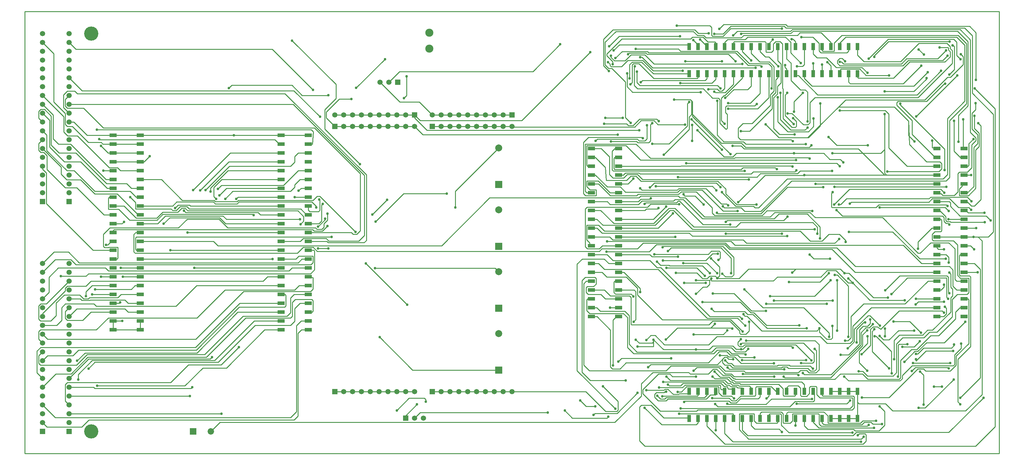
<source format=gbl>
G04 Layer_Physical_Order=2*
G04 Layer_Color=16711680*
%FSLAX25Y25*%
%MOIN*%
G70*
G01*
G75*
%ADD19R,0.07874X0.03937*%
%ADD20R,0.03937X0.07874*%
%ADD22C,0.01000*%
%ADD23C,0.09100*%
%ADD24C,0.05906*%
%ADD25R,0.05906X0.05906*%
%ADD26R,0.05906X0.05906*%
%ADD27C,0.07874*%
%ADD28R,0.07874X0.07874*%
%ADD29R,0.07284X0.07284*%
%ADD30C,0.07284*%
%ADD31C,0.16000*%
%ADD32C,0.03000*%
D19*
X130291Y140000D02*
D03*
Y150000D02*
D03*
X99583Y210000D02*
D03*
Y190000D02*
D03*
Y180000D02*
D03*
Y170000D02*
D03*
Y200000D02*
D03*
Y250000D02*
D03*
Y220000D02*
D03*
Y230000D02*
D03*
Y240000D02*
D03*
Y260000D02*
D03*
Y300000D02*
D03*
Y270000D02*
D03*
Y280000D02*
D03*
Y290000D02*
D03*
Y310000D02*
D03*
Y350000D02*
D03*
Y320000D02*
D03*
Y330000D02*
D03*
Y340000D02*
D03*
Y360000D02*
D03*
X130291D02*
D03*
Y340000D02*
D03*
Y330000D02*
D03*
Y320000D02*
D03*
Y350000D02*
D03*
Y310000D02*
D03*
Y290000D02*
D03*
Y280000D02*
D03*
Y270000D02*
D03*
Y300000D02*
D03*
Y260000D02*
D03*
Y240000D02*
D03*
Y230000D02*
D03*
Y220000D02*
D03*
Y250000D02*
D03*
Y200000D02*
D03*
Y170000D02*
D03*
Y180000D02*
D03*
Y190000D02*
D03*
Y210000D02*
D03*
X289291D02*
D03*
Y190000D02*
D03*
Y180000D02*
D03*
Y170000D02*
D03*
Y200000D02*
D03*
Y250000D02*
D03*
Y220000D02*
D03*
Y230000D02*
D03*
Y240000D02*
D03*
Y260000D02*
D03*
Y300000D02*
D03*
Y270000D02*
D03*
Y280000D02*
D03*
Y290000D02*
D03*
Y310000D02*
D03*
Y350000D02*
D03*
Y320000D02*
D03*
Y330000D02*
D03*
Y340000D02*
D03*
Y360000D02*
D03*
X320000D02*
D03*
Y340000D02*
D03*
Y330000D02*
D03*
Y320000D02*
D03*
Y350000D02*
D03*
Y310000D02*
D03*
Y290000D02*
D03*
Y280000D02*
D03*
Y270000D02*
D03*
Y300000D02*
D03*
Y260000D02*
D03*
Y240000D02*
D03*
Y230000D02*
D03*
Y220000D02*
D03*
Y250000D02*
D03*
Y200000D02*
D03*
Y170000D02*
D03*
Y180000D02*
D03*
Y190000D02*
D03*
Y210000D02*
D03*
X130291Y160000D02*
D03*
X99583Y140000D02*
D03*
Y150000D02*
D03*
Y160000D02*
D03*
X320000D02*
D03*
Y150000D02*
D03*
Y140000D02*
D03*
X289291D02*
D03*
Y150000D02*
D03*
Y160000D02*
D03*
X670354Y195000D02*
D03*
Y175000D02*
D03*
Y165000D02*
D03*
Y155000D02*
D03*
Y185000D02*
D03*
Y235000D02*
D03*
Y205000D02*
D03*
Y215000D02*
D03*
Y225000D02*
D03*
Y245000D02*
D03*
Y285000D02*
D03*
Y255000D02*
D03*
Y265000D02*
D03*
Y275000D02*
D03*
Y295000D02*
D03*
Y335000D02*
D03*
Y305000D02*
D03*
Y315000D02*
D03*
Y325000D02*
D03*
Y345000D02*
D03*
X639646D02*
D03*
Y325000D02*
D03*
Y315000D02*
D03*
Y305000D02*
D03*
Y335000D02*
D03*
Y295000D02*
D03*
Y275000D02*
D03*
Y265000D02*
D03*
Y255000D02*
D03*
Y285000D02*
D03*
Y245000D02*
D03*
Y225000D02*
D03*
Y215000D02*
D03*
Y205000D02*
D03*
Y235000D02*
D03*
Y185000D02*
D03*
Y155000D02*
D03*
Y165000D02*
D03*
Y175000D02*
D03*
Y195000D02*
D03*
X1029646Y305000D02*
D03*
Y325000D02*
D03*
Y335000D02*
D03*
Y345000D02*
D03*
Y315000D02*
D03*
Y265000D02*
D03*
Y295000D02*
D03*
Y285000D02*
D03*
Y275000D02*
D03*
Y255000D02*
D03*
Y215000D02*
D03*
Y245000D02*
D03*
Y235000D02*
D03*
Y225000D02*
D03*
Y205000D02*
D03*
Y165000D02*
D03*
Y195000D02*
D03*
Y185000D02*
D03*
Y175000D02*
D03*
Y155000D02*
D03*
X1060354D02*
D03*
Y175000D02*
D03*
Y185000D02*
D03*
Y195000D02*
D03*
Y165000D02*
D03*
Y205000D02*
D03*
Y225000D02*
D03*
Y235000D02*
D03*
Y245000D02*
D03*
Y215000D02*
D03*
Y255000D02*
D03*
Y275000D02*
D03*
Y285000D02*
D03*
Y295000D02*
D03*
Y265000D02*
D03*
Y315000D02*
D03*
Y345000D02*
D03*
Y335000D02*
D03*
Y325000D02*
D03*
Y305000D02*
D03*
D20*
X900000Y429646D02*
D03*
X920000D02*
D03*
X930000D02*
D03*
X940000D02*
D03*
X910000D02*
D03*
X860000D02*
D03*
X890000D02*
D03*
X880000D02*
D03*
X870000D02*
D03*
X850000D02*
D03*
X810000D02*
D03*
X840000D02*
D03*
X830000D02*
D03*
X820000D02*
D03*
X800000D02*
D03*
X760000D02*
D03*
X790000D02*
D03*
X780000D02*
D03*
X770000D02*
D03*
X750000D02*
D03*
Y460354D02*
D03*
X770000D02*
D03*
X780000D02*
D03*
X790000D02*
D03*
X760000D02*
D03*
X800000D02*
D03*
X820000D02*
D03*
X830000D02*
D03*
X840000D02*
D03*
X810000D02*
D03*
X850000D02*
D03*
X870000D02*
D03*
X880000D02*
D03*
X890000D02*
D03*
X860000D02*
D03*
X910000D02*
D03*
X940000D02*
D03*
X930000D02*
D03*
X920000D02*
D03*
X900000D02*
D03*
X790000Y70354D02*
D03*
X770000D02*
D03*
X760000D02*
D03*
X750000D02*
D03*
X780000D02*
D03*
X830000D02*
D03*
X800000D02*
D03*
X810000D02*
D03*
X820000D02*
D03*
X840000D02*
D03*
X880000D02*
D03*
X850000D02*
D03*
X860000D02*
D03*
X870000D02*
D03*
X890000D02*
D03*
X930000D02*
D03*
X900000D02*
D03*
X910000D02*
D03*
X920000D02*
D03*
X940000D02*
D03*
Y39646D02*
D03*
X920000D02*
D03*
X910000D02*
D03*
X900000D02*
D03*
X930000D02*
D03*
X890000D02*
D03*
X870000D02*
D03*
X860000D02*
D03*
X850000D02*
D03*
X880000D02*
D03*
X840000D02*
D03*
X820000D02*
D03*
X810000D02*
D03*
X800000D02*
D03*
X830000D02*
D03*
X780000D02*
D03*
X750000D02*
D03*
X760000D02*
D03*
X770000D02*
D03*
X790000D02*
D03*
D22*
X233700Y416600D02*
X301500D01*
X230300Y413200D02*
X233700Y416600D01*
X116700Y170000D02*
X130291D01*
X112900Y173800D02*
X116700Y170000D01*
X73900Y173800D02*
X112900D01*
X73400Y173300D02*
X73900Y173800D01*
X64400Y173300D02*
X73400D01*
X62700Y175000D02*
X64400Y173300D01*
X50000Y175000D02*
X62700D01*
X75889Y180000D02*
X99583D01*
X108500D02*
X130291D01*
X104900Y176400D02*
X108500Y180000D01*
X72900Y176400D02*
X104900D01*
X71600Y175100D02*
X72900Y176400D01*
X66200Y175100D02*
X71600D01*
X61900Y179400D02*
X66200Y175100D01*
X44500Y179400D02*
X61900D01*
X35400Y170300D02*
X44500Y179400D01*
X35400Y156000D02*
Y170300D01*
X29400Y150000D02*
X35400Y156000D01*
X17700Y150000D02*
X29400D01*
X15600Y152100D02*
X17700Y150000D01*
X15600Y152100D02*
Y166900D01*
X18100Y169400D01*
X24400D01*
X50000Y195000D01*
X86100Y200000D02*
X99583D01*
X68900Y178000D02*
Y182898D01*
X76002Y190000D01*
X99583D01*
X125689Y290000D02*
X130291D01*
X119089Y296600D02*
X125689Y290000D01*
X79100Y296600D02*
X119089D01*
X55700Y320000D02*
X79100Y296600D01*
X47546Y320000D02*
X55700D01*
X24800Y342746D02*
X47546Y320000D01*
X24800Y342746D02*
Y360200D01*
X20000Y365000D02*
X24800Y360200D01*
X169700Y277700D02*
X173000Y281000D01*
X186100D01*
X187100Y280000D01*
X289291D01*
X222200Y310000D02*
X289291D01*
X213200Y301000D02*
X222200Y310000D01*
X213200Y290800D02*
Y301000D01*
Y290800D02*
X216100Y287900D01*
X187767Y73639D02*
X189128Y75000D01*
X79100Y73639D02*
X187767D01*
X77739Y75000D02*
X79100Y73639D01*
X50000Y75000D02*
X77739D01*
X229200Y320000D02*
X289291D01*
X209600Y300400D02*
X229200Y320000D01*
X209600Y296300D02*
Y300400D01*
X20000Y321700D02*
Y325000D01*
Y321700D02*
X24400Y317300D01*
Y282600D02*
Y317300D01*
Y282600D02*
X77000Y230000D01*
X99583D01*
X15600Y350600D02*
X20000Y355000D01*
X15600Y343100D02*
Y350600D01*
Y343100D02*
X18100Y340600D01*
X21200D01*
X24900Y336900D01*
Y321400D02*
Y336900D01*
Y321400D02*
X45700Y300600D01*
X58600D01*
X89200Y270000D01*
X99583D01*
X20000Y215000D02*
X33000Y228000D01*
X49198D01*
X61398Y215800D01*
X308500D01*
X312700Y220000D01*
X320000D01*
X60300Y83700D02*
Y89341D01*
X76100Y105141D01*
X214241D01*
X259100Y150000D01*
X289291D01*
X312000D02*
X320000D01*
X306500Y144500D02*
X312000Y150000D01*
X306500Y47200D02*
Y144500D01*
X300000Y40700D02*
X306500Y47200D01*
X34300Y40700D02*
X300000D01*
X20000Y55000D02*
X34300Y40700D01*
X320000Y160000D02*
X324300D01*
X325300Y161000D01*
Y173000D01*
X324000Y174300D02*
X325300Y173000D01*
X305400Y174300D02*
X324000D01*
X302100Y171000D02*
X305400Y174300D01*
X302100Y155400D02*
Y171000D01*
X300100Y153400D02*
X302100Y155400D01*
X249378Y153400D02*
X300100D01*
X204878Y108900D02*
X249378Y153400D01*
X71100Y108900D02*
X204878D01*
X52200Y90000D02*
X71100Y108900D01*
X35000Y90000D02*
X52200D01*
X20000Y75000D02*
X35000Y90000D01*
X304000Y180000D02*
X320000D01*
X300000Y176000D02*
X304000Y180000D01*
X300000Y159300D02*
Y176000D01*
X295900Y155200D02*
X300000Y159300D01*
X246239Y155200D02*
X295900D01*
X202939Y111900D02*
X246239Y155200D01*
X70246Y111900D02*
X202939D01*
X58346Y100000D02*
X70246Y111900D01*
X17700Y100000D02*
X58346D01*
X15700Y102000D02*
X17700Y100000D01*
X15700Y102000D02*
Y110700D01*
X20000Y115000D01*
X15600Y129400D02*
X20000Y125000D01*
X15600Y129400D02*
Y137900D01*
X17700Y140000D01*
X80800D01*
X94200Y153400D01*
X194200D01*
X225900Y185100D01*
X304700D01*
X309600Y190000D01*
X320000D01*
X194000D02*
X289291D01*
X170700Y166700D02*
X194000Y190000D01*
X80600Y166700D02*
X170700D01*
X77900Y169400D02*
X80600Y166700D01*
X45800Y169400D02*
X77900D01*
X41500Y165100D02*
X45800Y169400D01*
X41500Y150500D02*
Y165100D01*
X36000Y145000D02*
X41500Y150500D01*
X20000Y145000D02*
X36000D01*
X20000Y155000D02*
Y158300D01*
X45700Y184000D01*
Y187000D01*
X48100Y189400D01*
X69100D01*
X74700Y195000D01*
X269100D01*
X274100Y200000D01*
X289291D01*
X191200Y210000D02*
X289291D01*
X40600Y200600D02*
X69100D01*
X71900Y203400D01*
X322500D01*
X327100Y208000D01*
Y229100D01*
X326200Y230000D02*
X327100Y229100D01*
X320000Y230000D02*
X326200D01*
X318000Y270000D02*
X320000D01*
X311500Y276500D02*
X318000Y270000D01*
X185800Y276500D02*
X311500D01*
X183100Y279200D02*
X185800Y276500D01*
X175193Y279200D02*
X183100D01*
X170888Y274895D02*
X175193Y279200D01*
X166943Y274895D02*
X170888D01*
X165138Y276700D02*
X166943Y274895D01*
X125000Y276700D02*
X165138D01*
X125000D02*
Y284000D01*
X118900Y290100D02*
X125000Y284000D01*
X50000Y395000D02*
X303000D01*
X383283Y314717D01*
Y246683D02*
Y314717D01*
X377000Y240400D02*
X383283Y246683D01*
X343137Y240400D02*
X377000D01*
X340269Y243269D02*
X343137Y240400D01*
X311131Y240000D02*
X314400Y243269D01*
X289291Y240000D02*
X311131D01*
X45600Y400600D02*
X50000Y405000D01*
X45600Y393100D02*
Y400600D01*
Y393100D02*
X48100Y390600D01*
X66400D01*
X88600Y368400D01*
X327054D01*
X378700Y316754D01*
Y252000D02*
Y316754D01*
X374600Y247900D02*
X378700Y252000D01*
X370600Y247900D02*
X374600D01*
X368500Y250000D02*
X370600Y247900D01*
X190000Y298000D02*
X232000Y340000D01*
X289291D01*
X88800Y320000D02*
X99583D01*
X130291Y330000D02*
X134700D01*
X141000Y336300D01*
X99583Y330000D02*
X130291D01*
X20000Y395000D02*
X32000Y383000D01*
Y356100D02*
Y383000D01*
Y356100D02*
X38100Y350000D01*
X51800D01*
X91800Y310000D01*
X99583D01*
X20000Y385000D02*
X27900Y377100D01*
Y346800D02*
Y377100D01*
Y346800D02*
X44700Y330000D01*
X62900D01*
X92900Y300000D01*
X99583D01*
Y350000D02*
X130291D01*
X99583Y340000D02*
X130291D01*
X955500Y165000D02*
X1029646D01*
X934500Y144000D02*
X955500Y165000D01*
X934500Y127537D02*
Y144000D01*
X931763Y124800D02*
X934500Y127537D01*
X905473Y124800D02*
X931763D01*
X897973Y132300D02*
X905473Y124800D01*
X781184Y132300D02*
X897973D01*
X771884Y123000D02*
X781184Y132300D01*
X722100Y123000D02*
X771884D01*
X711600Y133500D02*
X722100Y123000D01*
X706800Y133500D02*
X711600D01*
X701700Y128400D02*
X706800Y133500D01*
X1038800Y166000D02*
X1040400Y164400D01*
Y158000D02*
Y164400D01*
X1037400Y155000D02*
X1040400Y158000D01*
X1029646Y155000D02*
X1037400D01*
X109800Y260000D02*
X111900Y262100D01*
X99583Y260000D02*
X109800D01*
X480000Y383000D02*
X490000D01*
X470000D02*
X480000D01*
X490000D02*
X500000D01*
X510000D01*
X530000D02*
X540000D01*
X520000D02*
X530000D01*
X540000D02*
X550000D01*
X510000D02*
X520000D01*
X460000D02*
X470000D01*
X812131Y344623D02*
X940977D01*
X808655Y348100D02*
X812131Y344623D01*
X798900Y348100D02*
X808655D01*
X970600Y344000D02*
Y384100D01*
X879800Y314800D02*
X880000Y315000D01*
X835600Y314800D02*
X879800D01*
X805200Y284400D02*
X835600Y314800D01*
X686000Y408800D02*
X763000D01*
X679900Y414900D02*
X686000Y408800D01*
X679900Y414900D02*
Y429900D01*
X897100Y137400D02*
Y141500D01*
X910000Y129200D02*
X911600Y130800D01*
Y144200D01*
X905300Y129200D02*
X910000D01*
X897100Y137400D02*
X905300Y129200D01*
X970500Y317289D02*
X972789Y315000D01*
X970500Y384000D02*
X970600Y384100D01*
X670000Y103900D02*
X673800Y107700D01*
X729500D01*
X1060354Y175000D02*
X1064600D01*
X1065600Y174000D01*
Y124400D02*
Y174000D01*
X1051400Y110200D02*
X1065600Y124400D01*
X1051400Y99900D02*
Y110200D01*
X1044700Y93200D02*
X1051400Y99900D01*
X1017100Y93200D02*
X1044700D01*
X1014800Y95500D02*
X1017100Y93200D01*
X1008000Y95500D02*
X1014800D01*
X975700Y63200D02*
X1008000Y95500D01*
X945000Y63200D02*
X975700D01*
X130291Y240000D02*
X213000D01*
X217931Y235069D01*
X470669D01*
X524800Y289200D01*
X693300D01*
X695400Y291300D01*
X737617D01*
X739617Y289300D01*
X745585D01*
X767300Y267585D01*
X841285D01*
X846500Y272800D01*
X886200D01*
X892150Y266850D01*
X968150D01*
X1008400Y226600D01*
X1010700D01*
X1022500Y238400D01*
X1043000D01*
X1049900Y231500D01*
Y197100D02*
Y231500D01*
Y197100D02*
X1052000Y195000D01*
X1060354D01*
X925000Y87100D02*
X929900Y82200D01*
X987900D01*
X990500Y84800D01*
Y88300D01*
X1001500Y99300D01*
X1048000D01*
X1049500Y100800D01*
Y111622D01*
X1056842Y118963D01*
Y124442D01*
X1042900Y216000D02*
Y222100D01*
X1040000Y225000D02*
X1042900Y222100D01*
X1029646Y225000D02*
X1040000D01*
X1052000Y185000D02*
X1060354D01*
X1047800Y189200D02*
X1052000Y185000D01*
X1047800Y189200D02*
Y207545D01*
X1043845Y211500D02*
X1047800Y207545D01*
X937800Y211500D02*
X1043845D01*
X916500Y232800D02*
X937800Y211500D01*
X796320Y232800D02*
X916500D01*
X791120Y238000D02*
X796320Y232800D01*
X698100Y238000D02*
X791120D01*
X691600Y231500D02*
X698100Y238000D01*
X651400Y231500D02*
X691600D01*
X648700Y228800D02*
X651400Y231500D01*
X330000Y228800D02*
X648700D01*
X325531Y233269D02*
X330000Y228800D01*
X314200Y233269D02*
X325531D01*
X307531Y226600D02*
X314200Y233269D01*
X124600Y226600D02*
X307531D01*
X123100Y228100D02*
X124600Y226600D01*
X123100Y228100D02*
Y247900D01*
X125200Y250000D01*
X130291D01*
X1037500Y188200D02*
Y191000D01*
X1034300Y185000D02*
X1037500Y188200D01*
X1029646Y185000D02*
X1034300D01*
X937300Y205000D02*
X1029646D01*
X911400Y230900D02*
X937300Y205000D01*
X795675Y230900D02*
X911400D01*
X790375Y236200D02*
X795675Y230900D01*
X713000Y236200D02*
X790375D01*
X705100Y228300D02*
X713000Y236200D01*
X656500Y228300D02*
X705100D01*
X1005900Y175000D02*
X1029646D01*
X410000Y383000D02*
X420000D01*
X430000D01*
X400000D02*
X410000D01*
X390000D02*
X400000D01*
X370000D02*
X380000D01*
X390000D01*
X360000D02*
X370000D01*
X430000D02*
X440000D01*
X350000D02*
X360000D01*
X331000Y231900D02*
X342600D01*
X454100Y365500D02*
X693700D01*
X440000Y379600D02*
X454100Y365500D01*
X440000Y379600D02*
Y383000D01*
X787600Y106500D02*
X790000Y108900D01*
X787600Y102600D02*
Y106500D01*
Y102600D02*
X790200Y100000D01*
X796000D01*
X798900Y97100D01*
X854400D01*
X855300Y98000D01*
X860200D01*
X862000Y96200D01*
X883900D01*
X886900Y93200D01*
X891400D01*
X893500Y95300D01*
Y116400D01*
X891600Y118300D02*
X893500Y116400D01*
X920600Y332800D02*
X923957Y329443D01*
X908800Y332800D02*
X920600D01*
X901900Y339700D02*
X908800Y332800D01*
X868300Y339700D02*
X901900D01*
X806263Y198100D02*
X816863Y208700D01*
X782100Y198100D02*
X806263D01*
X781800Y198400D02*
X782100Y198100D01*
X774800Y220500D02*
X784400Y210900D01*
Y201000D02*
Y210900D01*
X781800Y198400D02*
X784400Y201000D01*
X779500Y200700D02*
X781800Y198400D01*
X773134Y200700D02*
X779500D01*
X770434Y198000D02*
X773134Y200700D01*
X764966Y198000D02*
X770434D01*
X758566Y204400D02*
X764966Y198000D01*
X735100Y204400D02*
X758566D01*
X957900Y176400D02*
X974200D01*
X930300Y204000D02*
X957900Y176400D01*
X925200Y204000D02*
X930300D01*
X978200Y180400D02*
X996400Y198600D01*
X1040366D01*
X1040700Y198266D01*
Y176500D02*
Y198266D01*
Y176500D02*
X1042300Y174900D01*
X794500Y106600D02*
X799800D01*
X792200Y108900D02*
X794500Y106600D01*
X790000Y108900D02*
X792200D01*
X706643Y100800D02*
X781900D01*
X703543Y97700D02*
X706643Y100800D01*
X350000Y370000D02*
X360000D01*
X370000D01*
X380000D02*
X390000D01*
X370000D02*
X380000D01*
X390000D02*
X400000D01*
X410000D01*
X420000D01*
X430000D01*
X573500Y432100D02*
X604400Y463000D01*
X423100Y432100D02*
X573500D01*
X411000Y420000D02*
X423100Y432100D01*
X430000Y370000D02*
X440000D01*
X836400Y372300D02*
X851400Y357300D01*
X884600D02*
X898000Y370700D01*
X808500Y118043D02*
X810743D01*
X813900Y121200D01*
X865400D01*
X866948Y119652D01*
X753800Y381316D02*
X796516Y338600D01*
X845600Y172900D02*
X911900D01*
X797800Y142100D02*
X798500Y141400D01*
X1026200Y75500D02*
X1035300D01*
X446400Y46400D02*
X590400D01*
X440000Y40000D02*
X446400Y46400D01*
X609700Y48500D02*
X618100Y40100D01*
X657200D01*
X658600Y41500D01*
X1043500Y428600D02*
X1049300Y434400D01*
Y460200D01*
X1048000Y461500D02*
X1049300Y460200D01*
X1047400Y461500D02*
X1048000D01*
X400000Y70000D02*
X410000D01*
X390000D02*
X400000D01*
X410000D02*
X420000D01*
X380000D02*
X390000D01*
X370000D02*
X380000D01*
X350000D02*
X360000D01*
X370000D01*
X420000D02*
X430000D01*
X440000D01*
X99583Y150000D02*
X110100D01*
X99583Y360000D02*
X130291D01*
X99583Y140000D02*
Y150000D01*
Y140000D02*
X130291D01*
Y150000D01*
X289291Y360000D02*
X320000D01*
X500000Y370000D02*
X510000D01*
X490000D02*
X500000D01*
X510000D02*
X520000D01*
X480000D02*
X490000D01*
X520000D02*
X530000D01*
X540000D01*
X550000D01*
X460000D02*
X470000D01*
X480000D01*
X520000Y70000D02*
X530000D01*
X510000D02*
X520000D01*
X530000D02*
X540000D01*
X500000D02*
X510000D01*
X540000D02*
X550000D01*
X633400D01*
X652700Y75900D02*
X669500Y59100D01*
Y49000D02*
Y59100D01*
X668200Y47700D02*
X669500Y49000D01*
X655700Y47700D02*
X668200D01*
X633400Y70000D02*
X655700Y47700D01*
X460000Y70000D02*
X470000D01*
X480000D01*
X490000D01*
X500000D01*
X1029646Y245000D02*
X1060354D01*
X1087600D02*
X1093300Y250700D01*
Y383700D01*
X1069500Y407500D02*
X1093300Y383700D01*
X1069500Y407500D02*
Y472800D01*
X1060900Y481400D02*
X1069500Y472800D01*
X859187Y481400D02*
X1060900D01*
X857187Y483400D02*
X859187Y481400D01*
X796962Y483400D02*
X857187D01*
X788362Y474800D02*
X796962Y483400D01*
X778300Y474800D02*
X788362D01*
X910000Y70354D02*
X920000D01*
X930000D01*
X940000D01*
X910000Y39646D02*
X920000D01*
X930000D01*
X940000D01*
X1032500Y459400D02*
X1042100D01*
X1042800Y458700D01*
Y456400D02*
Y458700D01*
Y456400D02*
X1044600Y454600D01*
Y448700D02*
Y454600D01*
X1038800Y442900D02*
X1044600Y448700D01*
X998900Y442900D02*
X1038800D01*
X980600Y424600D02*
X998900Y442900D01*
X941000Y424600D02*
X980600D01*
X940000Y425600D02*
X941000Y424600D01*
X940000Y425600D02*
Y429646D01*
X930000Y420100D02*
Y429646D01*
Y420100D02*
X931900Y418200D01*
X991700D01*
X1012100Y438600D01*
X890000Y429646D02*
Y441300D01*
X1003600Y415800D02*
X1019200Y431400D01*
X888500Y415800D02*
X1003600D01*
X880000Y424300D02*
X888500Y415800D01*
X880000Y424300D02*
Y429646D01*
X808200Y364800D02*
X818400D01*
X843600Y390000D01*
Y404300D01*
X847600Y408300D01*
Y422680D01*
X850000Y425080D01*
Y429646D01*
X810000Y424800D02*
Y429646D01*
X790213Y405013D02*
X810000Y424800D01*
X789413Y405013D02*
X790213D01*
X786400Y402000D02*
X789413Y405013D01*
X786400Y376753D02*
Y402000D01*
Y376753D02*
X790100Y373053D01*
X778300Y409400D02*
X779500Y408200D01*
X790700D01*
X800000Y417500D01*
Y429646D01*
X771800Y412100D02*
X772000Y412300D01*
X781800D01*
X784100Y410000D01*
X786900D01*
X790000Y413100D01*
Y429646D01*
X695450Y420050D02*
X697450Y422050D01*
X768000D01*
X770000Y424050D01*
Y429646D01*
X683700Y417800D02*
X685700Y419800D01*
Y439686D01*
X687000Y440986D01*
X693346D01*
X709932Y424400D01*
X759000D01*
X760000Y425400D01*
Y429646D01*
X682800Y424200D02*
Y440100D01*
X685486Y442786D01*
X696414D01*
X709600Y429600D01*
X750000D02*
Y429646D01*
X653300Y438600D02*
X659400Y432500D01*
X653300Y438600D02*
Y468600D01*
X663900Y479200D01*
X756450D01*
X760350Y475300D01*
X772100D01*
X762300Y468300D02*
X770000Y460600D01*
Y460354D02*
Y460600D01*
X868300Y386800D02*
Y398100D01*
X878300Y408100D01*
X864500Y453200D02*
X876000Y441700D01*
X864500Y453200D02*
Y465400D01*
X858800Y471100D02*
X864500Y465400D01*
X816099Y471100D02*
X858800D01*
X813361Y468362D02*
X816099Y471100D01*
X793362Y468362D02*
X813361D01*
X790000Y465000D02*
X793362Y468362D01*
X790000Y460354D02*
Y465000D01*
X800000Y460354D02*
Y464900D01*
X801000Y465900D01*
X835500D01*
X836600Y464800D01*
Y454400D02*
Y464800D01*
Y454400D02*
X837000Y454000D01*
X843000D01*
X845000Y456000D01*
Y463400D01*
X847600Y466000D01*
X852500D01*
X855300Y463200D01*
Y413169D02*
Y463200D01*
Y413169D02*
X856000Y412469D01*
Y379100D02*
Y412469D01*
Y379100D02*
X866100Y369000D01*
X869800D01*
X870900Y370100D01*
Y375700D01*
X867400Y379200D02*
X870900Y375700D01*
X830000Y454500D02*
Y460354D01*
Y454500D02*
X836000Y448500D01*
X840000D01*
X850600Y437900D01*
X858200Y405431D02*
X860600Y407831D01*
X858200Y382400D02*
Y405431D01*
Y382400D02*
X868000Y372600D01*
X860000Y446400D02*
Y460354D01*
Y446400D02*
X864900Y441500D01*
Y422100D02*
Y441500D01*
Y422100D02*
X875667Y411333D01*
X881043D01*
X883500Y408876D01*
Y375800D02*
Y408876D01*
X781161Y272439D02*
X782300Y271300D01*
X831000D01*
X861000Y301300D01*
X901200D01*
X945100Y436800D02*
X951300Y430600D01*
X915900Y436800D02*
X945100D01*
X905100Y447600D02*
X915900Y436800D01*
X894400Y447600D02*
X905100D01*
X890000Y452000D02*
X894400Y447600D01*
X890000Y452000D02*
Y460354D01*
X900000Y456100D02*
Y460354D01*
Y456100D02*
X901000Y455100D01*
X913700D01*
Y464400D01*
X922200Y472900D01*
X1053800D01*
X1062900Y463800D01*
Y395500D02*
Y463800D01*
X1044000Y376600D02*
X1062900Y395500D01*
X1044000Y312300D02*
Y376600D01*
X1040100Y308400D02*
X1044000Y312300D01*
X865500Y308400D02*
X1040100D01*
X831042Y273942D02*
X865500Y308400D01*
X812658Y273942D02*
X831042D01*
X808700Y277900D02*
X812658Y273942D01*
X789700Y277900D02*
X808700D01*
X788000Y279600D02*
X789700Y277900D01*
X639646Y155000D02*
X645900D01*
X661100Y139800D01*
Y98000D02*
Y139800D01*
Y98000D02*
X663300Y95800D01*
X671900D01*
X678800Y102700D01*
X771500D01*
X784000Y115200D01*
X792252D01*
X796252Y111200D01*
X804600D01*
X807200Y108600D01*
X823700D01*
X823800Y108500D01*
X812700Y113100D02*
X813700Y112100D01*
X797952Y113100D02*
X812700D01*
X793952Y117100D02*
X797952Y113100D01*
X781700Y117100D02*
X793952D01*
X777500Y112900D02*
X781700Y117100D01*
X687400Y112900D02*
X777500D01*
X680200Y120100D02*
X687400Y112900D01*
X680200Y120100D02*
Y153900D01*
X675700Y158400D02*
X680200Y153900D01*
X637740Y158400D02*
X675700D01*
X634408Y161731D02*
X637740Y158400D01*
X634408Y161731D02*
Y174000D01*
X635408Y175000D01*
X639646D01*
Y185000D02*
X654269D01*
X661000Y178269D01*
X682531D01*
X684300Y176500D01*
Y146100D02*
Y176500D01*
Y146100D02*
X684900Y145500D01*
X772200D01*
X776200Y149500D01*
X796034D01*
X806935Y138599D01*
Y136265D02*
Y138599D01*
Y136265D02*
X808100Y135100D01*
X813900D01*
X817600Y138800D01*
Y148900D01*
X797100Y151300D02*
X810300Y138100D01*
X719800Y151300D02*
X797100D01*
X691700Y179400D02*
X719800Y151300D01*
X691700Y179400D02*
Y186900D01*
X679100Y199500D02*
X691700Y186900D01*
X657000Y199500D02*
X679100D01*
X651500Y205000D02*
X657000Y199500D01*
X639646Y205000D02*
X651500D01*
X639646Y215000D02*
X647600D01*
X654200Y208400D01*
X714891D01*
X770191Y153100D01*
X804700D01*
X813200Y144600D01*
X807100Y155000D02*
X809800Y152300D01*
X773379Y155000D02*
X807100D01*
X718079Y210300D02*
X773379Y155000D01*
X713505Y210300D02*
X718079D01*
X705505Y218300D02*
X713505Y210300D01*
X663917Y218300D02*
X705505D01*
X657217Y225000D02*
X663917Y218300D01*
X639646Y225000D02*
X657217D01*
X639646Y305000D02*
X647700D01*
X661000Y291700D01*
X690700D01*
X692200Y293200D01*
X738100D01*
X741000Y296100D01*
X757916D01*
X776043Y277973D01*
Y272000D02*
Y277973D01*
Y272000D02*
X778643Y269400D01*
X832569D01*
X837769Y274600D01*
X888700D01*
X888900Y274400D01*
X694900Y331900D02*
X870600D01*
X678500Y348300D02*
X694900Y331900D01*
X634400Y348300D02*
X678500D01*
X634400Y326000D02*
Y348300D01*
Y326000D02*
X635400Y325000D01*
X639646D01*
X666000Y345000D02*
X670354D01*
X663000Y342000D02*
X666000Y345000D01*
X663000Y320800D02*
Y342000D01*
Y320800D02*
X664200Y319600D01*
X812500D01*
X869300Y318600D02*
X871100Y320400D01*
X822200Y318600D02*
X869300D01*
X819900Y316300D02*
X822200Y318600D01*
X694510Y316300D02*
X819900D01*
X693410Y317400D02*
X694510Y316300D01*
X678054Y317400D02*
X693410D01*
X675654Y315000D02*
X678054Y317400D01*
X670354Y315000D02*
X675654D01*
X696500Y357600D02*
X697600Y356500D01*
X636400Y357600D02*
X696500D01*
X630800Y352000D02*
X636400Y357600D01*
X630800Y294000D02*
Y352000D01*
Y294000D02*
X633100Y291700D01*
X644900D01*
Y298300D01*
X638000D02*
X644900D01*
X634400Y301900D02*
X638000Y298300D01*
X634400Y301900D02*
Y308300D01*
X647200D01*
X660500Y295000D01*
X670354D01*
X705800Y287500D02*
X706800Y288500D01*
X695151Y287500D02*
X705800D01*
X692651Y285000D02*
X695151Y287500D01*
X670354Y285000D02*
X692651D01*
X714400Y276700D02*
X715200Y277500D01*
X701600Y276700D02*
X714400D01*
X699900Y275000D02*
X701600Y276700D01*
X670354Y275000D02*
X699900D01*
X670354Y245000D02*
X734300D01*
X708000Y222500D02*
X737400D01*
X705500Y225000D02*
X708000Y222500D01*
X670354Y225000D02*
X705500D01*
X670354Y205000D02*
X676400D01*
X694600Y186800D01*
Y182800D02*
Y186800D01*
X660700Y165000D02*
X670354D01*
X750000Y67500D02*
Y70354D01*
X738200Y67000D02*
X738700Y67500D01*
X731900Y67000D02*
X738200D01*
X726100Y72800D02*
X731900Y67000D01*
X722501Y72800D02*
X726100D01*
X721301Y71600D02*
X722501Y72800D01*
X701499Y71600D02*
X721301D01*
X714000Y65200D02*
X717582Y61618D01*
X722341D01*
X724041Y63317D01*
X767317D01*
X770000Y66000D01*
Y70354D01*
X715900Y74600D02*
X742400D01*
X745192Y77392D01*
X784800D01*
X785300Y76892D01*
Y73231D02*
Y76892D01*
Y73231D02*
X786231Y72300D01*
X790000Y70354D02*
Y72300D01*
X810000Y70354D02*
Y74300D01*
X803300Y75592D02*
X804592Y74300D01*
X796869Y75592D02*
X803300D01*
X795069Y77392D02*
X796869Y75592D01*
X792000Y77392D02*
X795069D01*
X788400Y80992D02*
X792000Y77392D01*
X720708Y80992D02*
X788400D01*
X820000Y70354D02*
Y74400D01*
X818100Y76300D02*
X820000Y74400D01*
X806160Y76300D02*
X818100D01*
X805069Y77392D02*
X806160Y76300D01*
X798669Y77392D02*
X805069D01*
X796869Y79192D02*
X798669Y77392D01*
X793800Y79192D02*
X796869D01*
X790200Y82792D02*
X793800Y79192D01*
X728508Y82792D02*
X790200D01*
X724200Y87100D02*
X728508Y82792D01*
X840000Y65000D02*
Y70354D01*
X837400Y62400D02*
X840000Y65000D01*
X820400Y161200D02*
X836800D01*
X800500Y181100D02*
X820400Y161200D01*
X776600Y181100D02*
X800500D01*
X776400Y87100D02*
X778908Y84592D01*
X793093D01*
X796693Y80992D01*
X798669D01*
X800469Y79192D01*
X806869D01*
X807860Y78200D01*
X851118D01*
X856000Y73318D01*
Y66100D02*
Y73318D01*
Y66100D02*
X857000Y65100D01*
X869000D01*
X870000Y66100D01*
Y70354D01*
X957408Y33200D02*
X967700D01*
X955408Y35200D02*
X957408Y33200D01*
X947569Y35200D02*
X955408D01*
X944977Y32608D02*
X947569Y35200D01*
X903392Y32608D02*
X944977D01*
X903007Y32993D02*
X903392Y32608D01*
X901615Y32993D02*
X903007D01*
X900000Y34608D02*
X901615Y32993D01*
X900000Y34608D02*
Y39646D01*
X890000Y35200D02*
Y39646D01*
Y35200D02*
X896192Y29008D01*
X958708D01*
X964900Y53300D02*
X970600Y47600D01*
Y32100D02*
Y47600D01*
X964300Y25800D02*
X970600Y32100D01*
X937182Y25800D02*
X964300D01*
X935782Y27200D02*
X937182Y25800D01*
X884100Y27200D02*
X935782D01*
X880000Y31300D02*
X884100Y27200D01*
X880000Y31300D02*
Y39646D01*
X850000Y35400D02*
Y39646D01*
X849000Y34400D02*
X850000Y35400D01*
X826000Y34400D02*
X849000D01*
X823300Y37100D02*
X826000Y34400D01*
X823300Y37100D02*
Y44900D01*
X806700D02*
X823300D01*
X806500Y44700D02*
X806700Y44900D01*
X806500Y26850D02*
Y44700D01*
Y26850D02*
X817000Y16350D01*
X944350D01*
X946900Y18900D01*
X810000Y26300D02*
Y39646D01*
Y26300D02*
X816000Y20300D01*
X935027D01*
X938708Y23982D01*
X1043082D01*
X1082200Y63100D01*
X780000Y26300D02*
Y39646D01*
X770000Y31000D02*
Y39646D01*
Y31000D02*
X790400Y10600D01*
X946300D01*
X949800Y14100D01*
Y21100D01*
X948718Y22182D02*
X949800Y21100D01*
X941882Y22182D02*
X948718D01*
X940300Y20600D02*
X941882Y22182D01*
X750000Y39646D02*
Y40200D01*
X706900Y54700D02*
X721400Y40200D01*
X696100Y54700D02*
X706900D01*
X694000Y52600D02*
X696100Y54700D01*
X694000Y14400D02*
Y52600D01*
Y14400D02*
X700000Y8400D01*
X1073200D01*
X1095200Y30400D01*
Y390100D01*
X1072400Y412900D02*
X1095200Y390100D01*
X1056000Y335000D02*
X1060354D01*
X1048900Y342100D02*
X1056000Y335000D01*
X1048900Y342100D02*
Y376400D01*
X1065700Y350600D02*
X1070900Y355800D01*
X1065700Y326100D02*
Y350600D01*
X1064600Y325000D02*
X1065700Y326100D01*
X1060354Y325000D02*
X1064600D01*
X988286Y394314D02*
Y395500D01*
Y394314D02*
X1038300Y344300D01*
Y320600D02*
Y344300D01*
X1068200Y315000D02*
X1068300Y314900D01*
X1060354Y315000D02*
X1068200D01*
X1060354Y295000D02*
X1064100D01*
X1071200Y302100D01*
Y346400D01*
X1075500Y350700D01*
Y360704D01*
X1069200Y367004D02*
X1075500Y360704D01*
X1069200Y367004D02*
Y384900D01*
X1073400Y389100D01*
Y396200D01*
X1060354Y275000D02*
X1062300D01*
X1065000Y272300D01*
X1083300D01*
X1060354Y255000D02*
X1074000D01*
X1067800Y235000D02*
X1071800Y231000D01*
X1060354Y235000D02*
X1067800D01*
X1056000Y225000D02*
X1060354D01*
X1054900Y223900D02*
X1056000Y225000D01*
X1054900Y202100D02*
Y223900D01*
Y202100D02*
X1056000Y201000D01*
X1066400D01*
X1067500Y199900D01*
Y120871D02*
Y199900D01*
X1053200Y106571D02*
X1067500Y120871D01*
X1053200Y58600D02*
Y106571D01*
Y58600D02*
X1056100Y55700D01*
X1060354Y215000D02*
X1072000D01*
X1078700Y208300D01*
Y85500D02*
Y208300D01*
X1056100Y62900D02*
X1078700Y85500D01*
X1060354Y205000D02*
X1075800D01*
X530891Y209700D02*
X535000Y205591D01*
X395300Y209700D02*
X530891D01*
X1055669Y165000D02*
X1060354D01*
X1050647Y159979D02*
X1055669Y165000D01*
X1050647Y152309D02*
Y159979D01*
X1031550Y133212D02*
X1050647Y152309D01*
X1022589Y133212D02*
X1031550D01*
X1006977Y117600D02*
X1022589Y133212D01*
X1001000Y117600D02*
X1006977D01*
X988600Y105200D02*
X1001000Y117600D01*
X988600Y85700D02*
Y105200D01*
X986900Y84000D02*
X988600Y85700D01*
X951500Y84000D02*
X986900D01*
X945500Y90000D02*
X951500Y84000D01*
X920500Y90000D02*
X945500D01*
X914400Y83900D02*
X920500Y90000D01*
X802369Y83900D02*
X914400D01*
X801669Y84600D02*
X802369Y83900D01*
X800284Y84600D02*
X801669D01*
X796693Y88192D02*
X800284Y84600D01*
X788308Y88192D02*
X796693D01*
X781100Y95400D02*
X788308Y88192D01*
X777000Y95400D02*
X781100D01*
X771600Y90000D02*
X777000Y95400D01*
X751158Y90000D02*
X771600D01*
X749358Y91800D02*
X751158Y90000D01*
X708880Y91800D02*
X749358D01*
X695900Y78820D02*
X708880Y91800D01*
X695900Y65023D02*
Y78820D01*
X666077Y35200D02*
X695900Y65023D01*
X220200Y35200D02*
X666077D01*
X210000Y25000D02*
X220200Y35200D01*
X974900Y465900D02*
X1044100D01*
X958900Y449900D02*
X974900Y465900D01*
X958900Y448700D02*
Y449900D01*
X922600Y447000D02*
X926000Y443600D01*
X920000Y447000D02*
X922600D01*
X917200Y444200D02*
X920000Y447000D01*
X917200Y441700D02*
Y444200D01*
Y441700D02*
X920100Y438800D01*
X991200D01*
X997172Y444772D01*
X1036472D01*
X1041700Y450000D01*
X782000Y416300D02*
X785400Y412900D01*
X694300Y416300D02*
X782000D01*
X691000Y419600D02*
X694300Y416300D01*
X691000Y419600D02*
Y432000D01*
X708600Y436200D02*
X825000D01*
X696500Y448300D02*
X708600Y436200D01*
X694500Y448300D02*
X696500D01*
X666700Y447200D02*
X674200Y454700D01*
X702900D01*
X704283Y453317D01*
X802383D01*
X816700Y439000D01*
X830300D01*
X831700Y437600D01*
X688100Y437700D02*
X688500Y438100D01*
X688100Y416200D02*
Y437700D01*
Y416200D02*
X691800Y412500D01*
X765900D01*
X776400Y402000D01*
X782900D01*
X784600Y400300D01*
Y373700D02*
Y400300D01*
Y373700D02*
X791300Y367000D01*
X791900D01*
X793000Y368100D01*
Y383800D01*
X791000Y385800D02*
X793000Y383800D01*
X791000Y385800D02*
Y391900D01*
X792300Y393200D01*
X824100D01*
X826100Y395200D01*
X826400D01*
X809500Y105700D02*
X881900D01*
X793200Y97200D02*
X795200Y95200D01*
X857400D01*
X808400Y123700D02*
X809588Y124888D01*
X879012D01*
X890900Y113000D01*
Y104100D02*
Y113000D01*
X889200Y102400D02*
X890900Y104100D01*
X876200Y102400D02*
X889200D01*
X790600Y105400D02*
X794100Y101900D01*
X797700D01*
X800700Y98900D01*
X849300D01*
X850300Y99900D01*
X862950D01*
X863850Y99000D01*
X886700D01*
X889700Y96000D01*
X954288Y147082D02*
Y151505D01*
X951306Y144100D02*
X954288Y147082D01*
X946439Y144100D02*
X951306D01*
X942200Y139861D02*
X946439Y144100D01*
X942200Y123900D02*
Y139861D01*
X929900Y111600D02*
X942200Y123900D01*
X920900Y111600D02*
X929900D01*
X917100Y138900D02*
Y195900D01*
X939100Y125600D02*
Y140397D01*
X947103Y148400D01*
X948700D01*
X953409Y142259D02*
X957300Y146150D01*
X949456Y142259D02*
X953409D01*
X944000Y136803D02*
X949456Y142259D01*
X944000Y123000D02*
Y136803D01*
X910300Y89300D02*
X944000Y123000D01*
X880100Y89300D02*
X910300D01*
X878300Y91100D02*
X880100Y89300D01*
X891700Y178100D02*
X909500Y195900D01*
X841200Y178100D02*
X891700D01*
X837000Y169300D02*
X905300D01*
X810700Y89900D02*
X872100D01*
X873400Y88600D01*
X837900Y141500D02*
X882500D01*
X822098Y157302D02*
X837900Y141500D01*
X815898Y157302D02*
X822098D01*
X812500Y160700D02*
X815898Y157302D01*
X778300Y160700D02*
X812500D01*
X775200Y163800D02*
X778300Y160700D01*
X765000Y171440D02*
X807491D01*
X819731Y159200D01*
X823100D01*
X837300Y145000D01*
X874200D01*
X655400Y379600D02*
X675000D01*
X644200Y353600D02*
X646400Y355800D01*
X691294D01*
X693494Y353600D01*
X700000D01*
X702400Y356000D01*
Y371300D01*
X626900Y60000D02*
X633600Y53300D01*
X644000D01*
X713600Y216900D02*
X717600Y212900D01*
X727459D01*
X728059Y212300D01*
X765000D01*
X773200Y204100D01*
X710700Y225400D02*
X771600D01*
X775100Y228900D01*
X783920D01*
X785100Y227720D01*
Y221100D02*
Y227720D01*
X783100Y219100D02*
X785100Y221100D01*
X1006000Y112600D02*
X1008000D01*
X1014800Y119400D01*
X1046200D01*
X1049000Y122200D01*
Y123400D01*
X1002600Y102300D02*
X1044800D01*
X931400Y282800D02*
X933000Y284400D01*
X1020540D01*
X1024408Y288269D01*
X1044131D01*
X1054000Y278400D01*
X1065500D01*
X1068300Y275600D01*
X930457Y250800D02*
X979800D01*
X1010200Y220400D01*
X1039500D01*
X913900Y301600D02*
X1040300D01*
X1010700Y92600D02*
X1014600Y88700D01*
Y55161D02*
Y88700D01*
X257500Y270500D02*
X258300Y269700D01*
X155800Y270500D02*
X257500D01*
X149200Y263900D02*
X155800Y270500D01*
X118300Y263900D02*
X149200D01*
X105900Y276300D02*
X118300Y263900D01*
X94300Y276300D02*
X105900D01*
X94300D02*
Y289000D01*
X95300Y290000D01*
X99583D01*
X130291Y260000D02*
X150100D01*
X158800Y268700D01*
X223700D01*
X227500Y264900D01*
X310700D01*
X130291Y220000D02*
X279700D01*
X99583Y280000D02*
X112000D01*
X125600Y266400D01*
X148900D01*
X155500Y273000D01*
X172500D01*
X176900Y277400D01*
X181100D01*
X184000Y274500D01*
X308200D01*
X314700Y268000D01*
Y262900D02*
Y268000D01*
X311200Y259400D02*
X314700Y262900D01*
X99583Y170000D02*
X106700D01*
X107600Y170900D01*
X79200Y185800D02*
X120200D01*
X124400Y190000D01*
X130291D01*
X312300Y140000D02*
X320000D01*
X308300Y136000D02*
X312300Y140000D01*
X308300Y42300D02*
Y136000D01*
X304000Y38000D02*
X308300Y42300D01*
X72300Y38000D02*
X304000D01*
X64300Y30000D02*
X72300Y38000D01*
X25000Y30000D02*
X64300D01*
X20000Y35000D02*
X25000Y30000D01*
X50000Y155000D02*
X58700Y163700D01*
X113000D01*
X116700Y160000D01*
X130291D01*
X120400Y300000D02*
X130291D01*
X115100Y305300D02*
X120400Y300000D01*
X92300Y305300D02*
X115100D01*
X57600Y340000D02*
X92300Y305300D01*
X38629Y340000D02*
X57600D01*
X29800Y348829D02*
X38629Y340000D01*
X29800Y348829D02*
Y381750D01*
X22150Y389400D02*
X29800Y381750D01*
X18100Y389400D02*
X22150D01*
X15600Y386900D02*
X18100Y389400D01*
X15600Y379400D02*
Y386900D01*
Y379400D02*
X20000Y375000D01*
X265900Y270000D02*
X289291D01*
X263400Y272500D02*
X265900Y270000D01*
X181800Y272500D02*
X263400D01*
X179700Y274600D02*
X181800Y272500D01*
X227600Y300000D02*
X289291D01*
X219700Y292100D02*
X227600Y300000D01*
X221600Y100200D02*
X241700Y120300D01*
X184500Y100200D02*
X221600D01*
X164700Y80400D02*
X184500Y100200D01*
X48000Y80400D02*
X164700D01*
X45600Y78000D02*
X48000Y80400D01*
X45600Y59400D02*
Y78000D01*
Y59400D02*
X50000Y55000D01*
X110700Y200000D02*
X130291D01*
X45600Y160600D02*
X50000Y165000D01*
X45600Y153100D02*
Y160600D01*
Y153100D02*
X48100Y150600D01*
X65200D01*
X74600Y160000D01*
X99583D01*
X50000Y45000D02*
X222000D01*
X309100Y297200D02*
X311900Y300000D01*
X320000D01*
X310700Y310000D02*
X320000D01*
X304700Y304000D02*
X310700Y310000D01*
X304700Y301300D02*
Y304000D01*
X300000Y296600D02*
X304700Y301300D01*
X234800Y296600D02*
X300000D01*
X226200Y288000D02*
X234800Y296600D01*
X50000Y65000D02*
X186300D01*
X304700Y290000D02*
X320000D01*
X240700D02*
X289291D01*
X238600Y287900D02*
X240700Y290000D01*
X340900Y240000D02*
X342400Y238500D01*
X383000D01*
X385498Y240998D01*
Y315202D01*
X293600Y407100D02*
X385498Y315202D01*
X59200Y407100D02*
X293600D01*
X56300Y410000D02*
X59200Y407100D01*
X48000Y410000D02*
X56300D01*
X43800Y405800D02*
X48000Y410000D01*
X43800Y391200D02*
Y405800D01*
Y391200D02*
X50000Y385000D01*
Y465000D02*
X57600Y457400D01*
X279200D01*
X325400Y411200D01*
X230300Y330000D02*
X289291D01*
X197900Y297600D02*
X230300Y330000D01*
X50000Y85000D02*
X71941Y106941D01*
X209241D01*
X211200Y108900D01*
X218000Y299200D02*
X222100Y303300D01*
X292000D01*
X308700Y320000D01*
X320000D01*
X97600Y240000D02*
X99583D01*
X93600Y236000D02*
X97600Y240000D01*
X91700Y236000D02*
X93600D01*
X20000Y345000D02*
X41000Y324000D01*
Y316000D02*
Y324000D01*
Y316000D02*
X47200Y309800D01*
X63000D01*
X79100Y293700D01*
X104222D01*
X127922Y270000D01*
X130291D01*
X81500Y76500D02*
X180700D01*
X201000Y96800D01*
X227600D01*
X270800Y140000D01*
X289291D01*
X59100Y104900D02*
X68000Y113800D01*
X194200D01*
X240400Y160000D01*
X289291D01*
X242512Y170000D02*
X289291D01*
X192512Y120000D02*
X242512Y170000D01*
X17900Y120000D02*
X192512D01*
X13800Y115900D02*
X17900Y120000D01*
X13800Y91200D02*
Y115900D01*
Y91200D02*
X20000Y85000D01*
X310700Y170000D02*
X320000D01*
X304700Y164000D02*
X310700Y170000D01*
X304700Y149700D02*
Y164000D01*
X300000Y145000D02*
X304700Y149700D01*
X259900Y145000D02*
X300000D01*
X218200Y103300D02*
X259900Y145000D01*
X79127Y103300D02*
X218200D01*
X71927Y96100D02*
X79127Y103300D01*
X20000Y105000D02*
X25600Y110600D01*
X54200D01*
X60700Y117100D01*
X193498D01*
X242098Y165700D01*
X293300D01*
X294600Y167000D01*
Y179000D01*
X293600Y180000D02*
X294600Y179000D01*
X289291Y180000D02*
X293600D01*
X320000Y200000D02*
X325300Y199000D01*
Y186000D02*
Y199000D01*
X322569Y183269D02*
X325300Y186000D01*
X246919Y183269D02*
X322569D01*
X192950Y129300D02*
X246919Y183269D01*
X25700Y129300D02*
X192950D01*
X20000Y135000D02*
X25700Y129300D01*
X20000Y175000D02*
X27149Y182149D01*
Y199349D01*
X37800Y210000D01*
X91000D01*
X94400Y206600D01*
X298300D01*
X301700Y210000D01*
X320000D01*
X20000Y205000D02*
X34300Y219300D01*
X51953D01*
X57653Y213600D01*
X322900D01*
X325300Y216000D01*
Y223300D01*
X309200D02*
X325300D01*
X305900Y220000D02*
X309200Y223300D01*
X289291Y220000D02*
X305900D01*
X164400Y230000D02*
X289291D01*
X156700Y260000D02*
X163500Y266800D01*
X220000D01*
X226800Y260000D01*
X289291D01*
X204000Y298000D02*
X231000Y325000D01*
X300000D01*
X304700Y329700D01*
Y336000D01*
X308700Y340000D01*
X320000D01*
X183800Y250000D02*
X289291D01*
X50000Y425000D02*
X64600Y410400D01*
X303700D01*
X333200Y380900D01*
X320000Y260000D02*
X332000D01*
X287300Y350000D02*
X289291D01*
X282327Y354973D02*
X287300Y350000D01*
X84627Y354973D02*
X282327D01*
X84000Y355600D02*
X84627Y354973D01*
X81200Y366300D02*
X323400D01*
X325700Y364000D01*
X324700Y350000D02*
X325700Y364000D01*
X320000Y350000D02*
X324700D01*
X20000Y405000D02*
X43900Y381100D01*
Y363800D02*
Y381100D01*
Y363800D02*
X48300Y359400D01*
X59300D01*
X95300Y323400D01*
X104700D01*
X108100Y320000D01*
X130291D01*
X20000Y465000D02*
X32800Y452200D01*
Y397547D02*
Y452200D01*
Y397547D02*
X45747Y384600D01*
Y372153D02*
Y384600D01*
Y372153D02*
X47900Y370000D01*
X53657D01*
X71757Y351900D01*
X86200D01*
X88100Y350000D01*
X99583D01*
X94100Y340000D02*
X99583D01*
X86000Y348100D02*
X94100Y340000D01*
X108300Y210000D02*
X130291D01*
X1029646Y295000D02*
X1034300Y294000D01*
X1036400Y291900D01*
X1049200D01*
X1053200Y295900D01*
Y316500D01*
X1055100Y318400D01*
X1064100D01*
X1069100Y323400D01*
Y349400D01*
X1073700Y354000D01*
Y357000D01*
X1067400Y363300D02*
X1073700Y357000D01*
X1067400Y363300D02*
Y468000D01*
X1055900Y479500D02*
X1067400Y468000D01*
X866373Y479500D02*
X1055900D01*
X864573Y477700D02*
X866373Y479500D01*
X804300Y477700D02*
X864573D01*
X799600Y473000D02*
X804300Y477700D01*
X926000Y127700D02*
X929400D01*
X932600Y130900D01*
Y155000D01*
X946837Y169237D01*
X993737D01*
X1019500Y195000D01*
X1029646D01*
X781700Y360194D02*
Y399100D01*
Y360194D02*
X789094Y352800D01*
X811300D01*
X814000Y350100D01*
X881500D01*
X892500Y305000D02*
X1029646D01*
X219200Y265000D02*
X229000Y255200D01*
X183200Y265000D02*
X219200D01*
X173400Y255200D02*
X183200Y265000D01*
X96100Y255200D02*
X173400D01*
X88800Y247900D02*
X96100Y255200D01*
X88800Y234400D02*
Y247900D01*
Y234400D02*
X90100Y233100D01*
X94200D01*
X94500Y233400D01*
X104800D01*
X105000Y233200D01*
Y221100D02*
Y233200D01*
X103900Y220000D02*
X105000Y221100D01*
X99583Y220000D02*
X103900D01*
X894200Y138600D02*
X897100Y141500D01*
X832100Y138600D02*
X894200D01*
X815300Y155400D02*
X832100Y138600D01*
X813000Y155400D02*
X815300D01*
X811400Y157000D02*
X813000Y155400D01*
X811400Y157000D02*
Y157800D01*
X1016300Y51500D02*
X1048600Y83800D01*
X1009000Y51500D02*
X1016300D01*
X978400Y91000D02*
X978800Y90600D01*
X978400Y91000D02*
Y115400D01*
X961000Y132800D02*
X978400Y115400D01*
X959400Y132800D02*
X961000D01*
X970600Y409500D02*
X1003800D01*
X1018100Y423800D01*
Y424800D01*
X944800Y112200D02*
X954800Y122200D01*
Y140500D01*
X957600Y143300D01*
X962400D01*
X966300Y140600D01*
X987100Y161400D01*
X1035500D01*
X1037500Y159400D01*
X1031200Y231000D02*
X1037500D01*
X1029646Y232554D02*
X1031200Y231000D01*
X1029646Y232554D02*
Y235000D01*
X1024200Y346000D02*
X1029646Y345000D01*
X1024200Y346000D02*
Y354000D01*
X1054000Y352500D02*
Y382400D01*
X1064800Y393200D01*
Y465900D01*
X1053000Y477700D02*
X1064800Y465900D01*
X867300Y477700D02*
X1053000D01*
X864800Y475200D02*
X867300Y477700D01*
X809500Y475200D02*
X864800D01*
X808800Y474500D02*
X809500Y475200D01*
X1012202Y215000D02*
X1029646D01*
X991702Y235500D02*
X1012202Y215000D01*
X801580Y235500D02*
X991702D01*
X797180Y239900D02*
X801580Y235500D01*
X657400Y239900D02*
X797180D01*
X1029646Y285000D02*
X1043624D01*
X1044912Y283712D01*
Y279488D02*
Y283712D01*
Y279488D02*
X1055800Y268600D01*
X1085300D01*
X1090400Y263500D01*
X1029646Y265000D02*
X1033900D01*
X1034900Y264000D01*
Y252000D02*
Y264000D01*
X1033900Y251000D02*
X1034900Y252000D01*
X1027400Y251000D02*
X1033900D01*
X1024400Y248000D02*
X1027400Y251000D01*
X1024400Y242000D02*
Y248000D01*
Y242000D02*
X1025700Y240700D01*
X1048200D01*
X1052900Y236000D01*
Y201500D02*
Y236000D01*
Y201500D02*
X1056100Y198300D01*
X1065600D01*
Y182000D02*
Y198300D01*
X1063600Y180000D02*
X1065600Y182000D01*
X1052700Y180000D02*
X1063600D01*
X1047100Y174400D02*
X1052700Y180000D01*
X1047100Y154600D02*
Y174400D01*
X1029800Y137300D02*
X1047100Y154600D01*
X1021300Y137300D02*
X1029800D01*
X1014900Y130900D02*
X1021300Y137300D01*
X991100Y130900D02*
X1014900D01*
X984100Y123900D02*
X991100Y130900D01*
X984100Y91500D02*
Y123900D01*
X980300Y87700D02*
X984100Y91500D01*
X951400Y87700D02*
X980300D01*
X946000Y93100D02*
X951400Y87700D01*
X941200Y93100D02*
X946000D01*
X1027700Y335000D02*
X1029646D01*
X1001708Y360992D02*
X1027700Y335000D01*
X1001708Y360992D02*
Y376592D01*
X984300Y394000D02*
X1001708Y376592D01*
X984300Y394000D02*
Y397000D01*
X985600Y398300D01*
X1017900D01*
X1038000Y418400D01*
X1038900D01*
X1073700Y422600D02*
Y476000D01*
X1066500Y483200D02*
X1073700Y476000D01*
X860887Y483200D02*
X1066500D01*
X858887Y485200D02*
X860887Y483200D01*
X788900Y485200D02*
X858887D01*
X784000Y480300D02*
X788900Y485200D01*
X964900Y132900D02*
X969167Y128633D01*
X975774D01*
X986141Y139000D01*
X1004100D01*
X1008439Y231800D02*
Y239439D01*
X1024000Y255000D01*
X1029646D01*
X995900Y325000D02*
X1029646D01*
X975400Y345500D02*
X995900Y325000D01*
X975400Y345500D02*
Y384000D01*
X971300Y388100D02*
X975400Y384000D01*
X920000Y388100D02*
X971300D01*
X1045400Y261600D02*
X1083482D01*
X1044800Y262200D02*
X1045400Y261600D01*
X1041000Y262200D02*
X1044800D01*
X1039700Y263500D02*
X1041000Y262200D01*
X1039700Y263500D02*
Y268000D01*
X1032700Y275000D02*
X1039700Y268000D01*
X1029646Y275000D02*
X1032700D01*
X759400Y365700D02*
X789300Y335800D01*
X799300D01*
X803200Y339700D01*
X868300D01*
X866400Y204700D02*
X870400Y208700D01*
X920500D02*
X925200Y204000D01*
X1006400Y381300D02*
X1052700Y427600D01*
X929500Y192900D02*
X934500D01*
X915500Y206900D02*
X929500Y192900D01*
X905600Y206900D02*
X915500D01*
X898500Y199800D02*
X905600Y206900D01*
X849500Y199800D02*
X898500D01*
X845100Y195400D02*
X849500Y199800D01*
X775100Y195400D02*
X845100D01*
X775100D02*
Y197900D01*
X757800Y196000D02*
X773200D01*
X926500Y400100D02*
X1016102D01*
X1041702Y425700D01*
X1044818D01*
X1059201Y440083D01*
Y448999D01*
X1056700Y451500D02*
X1059201Y448999D01*
X851400Y357300D02*
X883700D01*
X997499Y359601D02*
Y376101D01*
X954100Y173300D02*
X993300D01*
X934500Y192900D02*
X954100Y173300D01*
X973600Y319000D02*
X1031900D01*
X1034900Y322000D01*
Y328000D01*
X1032900Y330000D02*
X1034900Y328000D01*
X1018046Y330000D02*
X1032900D01*
X998500Y349546D02*
X1018046Y330000D01*
X981500Y392100D02*
X997499Y376101D01*
X918500Y392100D02*
X981500D01*
X689800Y128800D02*
X693700Y124900D01*
X709700D01*
X708800Y125800D02*
X709700Y124900D01*
X708800Y125800D02*
X709700Y126700D01*
Y128800D01*
X642000Y43700D02*
X643619Y45319D01*
X668619D01*
X691800Y68500D01*
Y121000D02*
X709700D01*
Y128800D02*
X720900Y117600D01*
X757800D01*
Y180600D02*
X765500Y188300D01*
X770000D01*
X802809Y118043D02*
X808500D01*
X799152Y121700D02*
X802809Y118043D01*
X776700Y121700D02*
X799152D01*
X772600Y117600D02*
X776700Y121700D01*
X757800Y117600D02*
X772600D01*
X770000Y188300D02*
X773100Y191400D01*
Y195900D01*
X985800Y86900D02*
X986000Y87100D01*
Y122600D01*
X987000Y123600D01*
X996457D01*
X440000Y370000D02*
X449400Y360600D01*
X669300D01*
X733000Y400400D02*
X751400D01*
X753800Y383600D02*
X786400Y351000D01*
X808900D01*
X813477Y346423D01*
X885800D01*
X888077Y348700D01*
X907400Y358100D02*
X916800Y348700D01*
X951600D01*
X751400Y400400D02*
X752800Y399000D01*
Y383700D02*
Y399000D01*
X749900Y380800D02*
X752800Y383700D01*
X749900Y366700D02*
Y380800D01*
X721200Y338000D02*
X749900Y366700D01*
X774400Y142100D02*
X779000Y146700D01*
X736500Y142100D02*
X774400D01*
X723500Y129100D02*
X736500Y142100D01*
X956600Y138000D02*
X959100Y140500D01*
X956600Y115300D02*
Y138000D01*
Y115300D02*
X975500Y96400D01*
X70300Y360000D02*
X99583D01*
X55300Y375000D02*
X70300Y360000D01*
X50000Y375000D02*
X55300D01*
X550700Y369300D02*
X688500D01*
X695675Y376475D01*
X710240D01*
X714715Y372000D01*
X745200D01*
X940000Y58000D02*
X941800Y56200D01*
X971600D01*
X979500Y48300D01*
X1062100D01*
X1080500Y66700D01*
Y240500D01*
X1076000Y245000D02*
X1080500Y240500D01*
X1060354Y245000D02*
X1071000D01*
X920000Y429646D02*
X921000Y434900D01*
X942600D01*
X949800Y427700D01*
X975600D01*
X1009100Y457000D02*
X1014900Y451200D01*
X905900Y442800D02*
X910000Y438700D01*
Y429646D02*
Y438700D01*
X900000Y429646D02*
Y440000D01*
X1007343Y405800D02*
X1034443Y432900D01*
X895100Y405800D02*
X1007343D01*
X873200Y427700D02*
X895100Y405800D01*
X870000Y427700D02*
Y429646D01*
X860000D02*
Y434900D01*
X858000Y436900D02*
X860000Y434900D01*
X858000Y436900D02*
Y438900D01*
X858300Y439200D01*
X793931Y390000D02*
X827370D01*
X840000Y402630D01*
Y429646D01*
X830000Y407400D02*
Y429646D01*
X818900Y396300D02*
X830000Y407400D01*
X794100Y396300D02*
X818900D01*
X820000Y415700D02*
Y429646D01*
X816000Y411700D02*
X820000Y415700D01*
X800269Y411700D02*
X816000D01*
X790800Y402231D02*
X800269Y411700D01*
X780000Y423400D02*
Y429646D01*
X775700Y419100D02*
X780000Y423400D01*
X740000Y419100D02*
X775700D01*
X670986Y471892D02*
X739800D01*
X659695Y460600D02*
X670986Y471892D01*
X664800Y455900D02*
X671200Y462300D01*
X750000Y460354D02*
Y462300D01*
X760000Y460354D02*
Y462300D01*
X754550Y467750D02*
X760000Y462300D01*
X709300Y432900D02*
X742800D01*
X697600Y444600D02*
X709300Y432900D01*
X680800Y444600D02*
X697600D01*
X673700Y437500D02*
X680800Y444600D01*
X662000Y437500D02*
X673700D01*
X660800Y438700D02*
X662000Y437500D01*
X660800Y438700D02*
Y440400D01*
X658600Y442600D02*
X660800Y440400D01*
X658300Y442600D02*
X658600D01*
X780000Y460354D02*
Y464600D01*
X779000Y465600D02*
X780000Y464600D01*
X771100Y465600D02*
X779000D01*
X765600Y471100D02*
X771100Y465600D01*
X753800Y471100D02*
X765600D01*
X751700Y469000D02*
X753800Y471100D01*
X673900Y469000D02*
X751700D01*
X657000Y452100D02*
X673900Y469000D01*
X657000Y450000D02*
Y452100D01*
Y450000D02*
X663700Y443300D01*
Y440300D02*
Y443300D01*
X890400Y369970D02*
Y378839D01*
X884530Y364100D02*
X890400Y369970D01*
X861192Y364100D02*
X884530D01*
X850100Y375192D02*
X861192Y364100D01*
X850100Y375192D02*
Y403000D01*
X810000Y454600D02*
X820000Y444600D01*
X810000Y454600D02*
Y460354D01*
X820000Y452500D02*
Y460354D01*
Y452500D02*
X829600Y442900D01*
X840700D01*
X845800Y437800D01*
Y410100D02*
Y437800D01*
X841800Y406100D02*
X845800Y410100D01*
X841800Y394000D02*
Y406100D01*
X821000Y373200D02*
X841800Y394000D01*
X810500Y373200D02*
X821000D01*
X805300Y368000D02*
X810500Y373200D01*
X805300Y357700D02*
Y368000D01*
Y357700D02*
X808000Y355000D01*
X865100D01*
X866900Y353200D01*
X840000Y460354D02*
X840600Y464400D01*
X844400Y468200D01*
X852900Y377500D02*
Y407969D01*
Y377500D02*
X864500Y365900D01*
X880700D01*
X883500Y368700D01*
X850000Y444200D02*
Y460354D01*
Y444200D02*
X853500Y440700D01*
Y419280D02*
Y440700D01*
X849500Y415280D02*
X853500Y419280D01*
X849500Y406600D02*
Y415280D01*
X845400Y402500D02*
X849500Y406600D01*
X845400Y367700D02*
Y402500D01*
Y367700D02*
X852000Y361100D01*
X869000D01*
X756493Y291400D02*
X766293Y281600D01*
X744900Y291400D02*
X756493D01*
X743800Y292500D02*
X744900Y291400D01*
X743800Y292500D02*
Y293300D01*
X753200Y353600D02*
Y371500D01*
X865700Y468500D02*
X867400D01*
X870000Y465900D01*
Y460354D02*
Y465900D01*
X791200Y248800D02*
X854600D01*
X871700Y438100D02*
X878000D01*
X880000Y440100D01*
Y460354D01*
X780539Y306000D02*
X785239Y301300D01*
X710700Y306000D02*
X780539D01*
X705700Y301000D02*
X710700Y306000D01*
X678100Y379900D02*
X684000Y374000D01*
X678100Y379900D02*
Y420283D01*
X662683Y435700D02*
X678100Y420283D01*
X659100Y435700D02*
X662683D01*
X655100Y439700D02*
X659100Y435700D01*
X655100Y439700D02*
Y465190D01*
X667210Y477300D01*
X754750D01*
X759150Y472900D01*
X766400D01*
X769138Y470162D01*
X808761D01*
X811599Y473000D01*
X872184D01*
X875084Y475900D01*
X899000D01*
X910000Y464900D01*
Y460354D02*
Y464900D01*
X920000Y460354D02*
Y464300D01*
X926700Y471000D01*
X1052091D01*
X1061001Y462090D01*
Y398501D02*
Y462090D01*
X1041600Y379100D02*
X1061001Y398501D01*
X1041600Y315700D02*
Y379100D01*
X1036484Y310584D02*
X1041600Y315700D01*
X860796Y310584D02*
X1036484D01*
X828212Y278000D02*
X860796Y310584D01*
X824212Y278000D02*
X828212D01*
X822512Y279700D02*
X824212Y278000D01*
X802500Y279700D02*
X822512D01*
X787000Y295200D02*
X802500Y279700D01*
X787000Y295200D02*
Y295800D01*
X776200Y302300D02*
X780700Y297800D01*
X712400Y302300D02*
X776200D01*
X708300Y350200D02*
X727400D01*
X748000Y370800D01*
Y395600D01*
X750000Y397600D01*
X876587Y471100D02*
X889531D01*
X896631Y464000D01*
Y455200D02*
Y464000D01*
Y455200D02*
X898531Y453300D01*
X928000D01*
X930000Y455300D01*
Y460354D01*
X791300Y262000D02*
X793100Y263800D01*
X856800D01*
X861100Y268100D01*
Y384700D02*
X866000D01*
X878862Y371838D01*
X884138D01*
X886400Y374100D01*
Y397009D01*
X891951Y402560D01*
X1008260D01*
X1046900Y441200D01*
Y455900D01*
X1044700Y458100D02*
X1046900Y455900D01*
X1044700Y458100D02*
Y460400D01*
X1041000Y464100D02*
X1044700Y460400D01*
X1009300Y464100D02*
X1041000D01*
X988500Y443300D02*
X1009300Y464100D01*
X947300Y443300D02*
X988500D01*
X940000Y450600D02*
X947300Y443300D01*
X940000Y450600D02*
Y460354D01*
X639646Y165000D02*
X645700D01*
X649800Y160900D01*
X677300D01*
X682200Y156000D01*
Y123500D02*
Y156000D01*
Y123500D02*
X690900Y114800D01*
X775450D01*
X780350Y119700D01*
X797552D01*
X802227Y115025D01*
X813325D01*
X816600Y118300D01*
X814200Y127700D02*
X892000D01*
X896500Y123200D01*
Y94700D02*
Y123200D01*
X893100Y91300D02*
X896500Y94700D01*
X885200Y91300D02*
X893100D01*
X882500Y94000D02*
X885200Y91300D01*
X875547Y94000D02*
X882500D01*
X873347Y91800D02*
X875547Y94000D01*
X813400Y91800D02*
X873347D01*
X811900Y93300D02*
X813400Y91800D01*
X790765Y93300D02*
X811900D01*
X785065Y99000D02*
X790765Y93300D01*
X729300Y99000D02*
X785065D01*
X724000Y93700D02*
X729300Y99000D01*
X637300Y93700D02*
X724000D01*
X630900Y100100D02*
X637300Y93700D01*
X630900Y100100D02*
Y192100D01*
X633800Y195000D01*
X639646D01*
X926516Y239400D02*
Y240984D01*
X919500Y248000D02*
X926516Y240984D01*
X907700Y248000D02*
X919500D01*
X900000Y240300D02*
X907700Y248000D01*
X886700Y240300D02*
X900000D01*
X875300Y251700D02*
X886700Y240300D01*
X654300Y251700D02*
X875300D01*
X647700Y258300D02*
X654300Y251700D01*
X634408Y258269D02*
X647700Y258300D01*
X634408Y241731D02*
Y258269D01*
Y241731D02*
X637700Y238440D01*
Y235000D02*
X639646D01*
X914319Y237900D02*
X919219Y242800D01*
X814800Y237900D02*
X914319D01*
X811000Y241700D02*
X814800Y237900D01*
X663500Y241700D02*
X811000D01*
X660200Y245000D02*
X663500Y241700D01*
X639646Y245000D02*
X660200D01*
X897700Y194000D02*
X907800Y204100D01*
X862800Y194000D02*
X897700D01*
X753500Y245900D02*
X860700D01*
X750000Y249400D02*
X753500Y245900D01*
X651600Y249400D02*
X750000D01*
X646000Y255000D02*
X651600Y249400D01*
X639646Y255000D02*
X646000D01*
X753700Y253600D02*
X891700D01*
X732200Y275100D02*
X753700Y253600D01*
X728297Y275100D02*
X732200D01*
X711497Y258300D02*
X728297Y275100D01*
X652500Y258300D02*
X711497D01*
X645800Y265000D02*
X652500Y258300D01*
X639646Y265000D02*
X645800D01*
X639646Y275000D02*
X650100D01*
X664900Y260200D01*
X709818D01*
X726883Y277265D01*
X734135D01*
X755200Y256200D01*
X802900D01*
X808000Y261300D01*
X889500D01*
X894800Y256000D01*
Y248500D02*
Y256000D01*
X639646Y285000D02*
X657500D01*
X660800Y281700D01*
X692700D01*
X696600Y285600D01*
X732200D01*
X734000Y287400D01*
X743200D01*
X764815Y265785D01*
X846043D01*
X851158Y270900D01*
X883200D01*
X897800Y256300D01*
Y243394D02*
Y256300D01*
X634300Y295000D02*
X639646D01*
X632600Y296700D02*
X634300Y295000D01*
X632600Y296700D02*
Y350100D01*
X689994D01*
X706194Y333900D01*
X801016D01*
X801816Y334700D01*
X885100D01*
X886100Y333700D01*
Y225000D02*
X890700Y220400D01*
X909058D01*
X639646Y315000D02*
X644000D01*
X657500Y301500D01*
X672200D01*
X677900Y295800D01*
X737100D01*
X739200Y297900D01*
X764658D01*
X788374Y274185D01*
X804515D01*
X812400Y185800D02*
X833228Y164972D01*
X879466D01*
X908100Y136338D01*
Y132000D02*
Y136338D01*
X639646Y335000D02*
X644000D01*
X655200Y323800D01*
X656200Y309000D01*
X679231D01*
X684000Y313769D01*
X689842D01*
X695510Y308100D01*
X782451D01*
X791404Y299147D01*
Y293796D02*
Y299147D01*
Y293796D02*
X803700Y281500D01*
X825900D01*
X697310Y309900D02*
X817400D01*
X691642Y315569D02*
X697310Y309900D01*
X680091Y315569D02*
X691642D01*
X676123Y311600D02*
X680091Y315569D01*
X664100Y311600D02*
X676123D01*
X659900Y315800D02*
X664100Y311600D01*
X659900Y315800D02*
Y335800D01*
X650700Y345000D02*
X659900Y335800D01*
X639646Y345000D02*
X650700D01*
X847000Y323400D02*
X848900Y321500D01*
X810500Y323400D02*
X847000D01*
X808500Y321400D02*
X810500Y323400D01*
X666000Y321400D02*
X808500D01*
X665000Y322400D02*
X666000Y321400D01*
X665000Y322400D02*
Y334100D01*
X665900Y335000D01*
X670354D01*
Y325000D02*
X809300Y325200D01*
X865800D01*
X866500Y324500D01*
X681100Y305000D02*
X687000Y310900D01*
X670354Y305000D02*
X681100D01*
X670354Y265000D02*
X709800D01*
X724000Y279200D01*
X670354Y255000D02*
X714896D01*
X731498Y271602D01*
X706384Y282000D02*
X738600D01*
X702892Y278508D02*
X706384Y282000D01*
X634508Y278508D02*
X702892D01*
X632608Y276608D02*
X634508Y278508D01*
X632608Y234000D02*
Y276608D01*
Y234000D02*
X635008Y231600D01*
X648500D01*
X651900Y235000D01*
X670354D01*
X623400Y93800D02*
X666700Y50500D01*
X623400Y93800D02*
Y214184D01*
X629284Y220069D01*
X654092D01*
X659160Y215000D01*
X670354D01*
X684500Y180200D02*
X687000Y177700D01*
X666900Y180200D02*
X684500D01*
X665100Y182000D02*
X666900Y180200D01*
X665100Y182000D02*
Y194000D01*
X666100Y195000D01*
X670354D01*
X687200Y149000D02*
X689800Y151600D01*
Y183100D01*
X687900Y185000D02*
X689800Y183100D01*
X670354Y185000D02*
X687900D01*
X638300Y82700D02*
X678300D01*
X628900Y92100D02*
X638300Y82700D01*
X628900Y92100D02*
Y195500D01*
X632700Y199300D01*
X643600D01*
X644900Y198000D01*
Y191800D02*
Y198000D01*
X642000Y188900D02*
X644900Y191800D01*
X635000Y188900D02*
X642000D01*
X633700Y187600D02*
X635000Y188900D01*
X633700Y182400D02*
Y187600D01*
Y182400D02*
X636000Y180100D01*
X650300D01*
X655400Y175000D01*
X670354D01*
X668000Y155000D02*
X670354D01*
X663900Y150900D02*
X668000Y155000D01*
X663900Y99600D02*
Y150900D01*
X760000Y65800D02*
Y70354D01*
X759317Y65117D02*
X760000Y65800D01*
X720117Y65117D02*
X759317D01*
X719500Y64500D02*
X720117Y65117D01*
X780000Y66300D02*
Y70354D01*
X769200Y61500D02*
X774000Y66300D01*
X725823Y61500D02*
X769200D01*
X724123Y59800D02*
X725823Y61500D01*
X714959Y59800D02*
X724123D01*
X711100Y63659D02*
X714959Y59800D01*
X711100Y63659D02*
Y67000D01*
X713000Y68900D01*
X721551D01*
X722651Y70000D01*
X724100D01*
X800000Y70354D02*
Y73000D01*
X793300Y74000D02*
X794300Y73000D01*
X793300Y74000D02*
Y75592D01*
X789600D02*
X793300D01*
X786000Y79192D02*
X789600Y75592D01*
X742992Y79192D02*
X786000D01*
X740300Y76500D02*
X742992Y79192D01*
X727600Y76500D02*
X740300D01*
X726100Y78000D02*
X727600Y76500D01*
X830000Y64000D02*
Y70354D01*
X828000Y62000D02*
X830000Y64000D01*
X807800Y62000D02*
X828000D01*
X803200Y57400D02*
X807800Y62000D01*
X797000Y57400D02*
X803200D01*
X795100Y59300D02*
X797000Y57400D01*
X745300Y59300D02*
X795100D01*
X744150Y58150D02*
X745300Y59300D01*
X744300Y193000D02*
X768700D01*
X776000Y62600D02*
X795100D01*
X798200Y59500D01*
X802600D01*
X808200Y65100D01*
X824000D01*
X825000Y66100D01*
Y74600D01*
X826000Y75600D01*
X842600D01*
X847846Y70354D01*
X850000D01*
X770100Y215400D02*
X781500Y204000D01*
X743400Y215400D02*
X770100D01*
X740143Y51100D02*
X931700D01*
X934500Y53900D01*
Y62500D01*
X933900Y63100D02*
X934500Y62500D01*
X897600Y63100D02*
X933900D01*
X894000Y66700D02*
X897600Y63100D01*
X894000Y66700D02*
Y74900D01*
X893000Y75900D02*
X894000Y74900D01*
X887000Y75900D02*
X893000D01*
X885700Y74600D02*
X887000Y75900D01*
X885700Y68000D02*
Y74600D01*
X882500Y64800D02*
X885700Y68000D01*
X876800Y64800D02*
X882500D01*
X875600Y66000D02*
X876800Y64800D01*
X875600Y66000D02*
Y74000D01*
X872900Y76700D02*
X875600Y74000D01*
X862200Y76700D02*
X872900D01*
X860000Y74500D02*
X862200Y76700D01*
X860000Y70354D02*
Y74500D01*
X778600Y92600D02*
X784808Y86392D01*
X794893D01*
X798493Y82792D01*
X800469D01*
X802260Y81000D01*
X877000D01*
X880000Y78000D01*
Y70354D02*
Y78000D01*
X890000Y67800D02*
Y70354D01*
Y67800D02*
X891400Y66400D01*
Y59900D02*
Y66400D01*
X890000Y58500D02*
X891400Y59900D01*
X874100Y58500D02*
X890000D01*
X873500Y59100D02*
X874100Y58500D01*
X869700Y59100D02*
X873500D01*
X863600Y53000D02*
X869700Y59100D01*
X782200Y53000D02*
X863600D01*
X779200Y56000D02*
X782200Y53000D01*
X788500Y134800D02*
X793000Y139300D01*
X754900Y134800D02*
X788500D01*
X731100Y87000D02*
X757800D01*
X728200Y89900D02*
X731100Y87000D01*
X715400Y89900D02*
X728200D01*
X697800Y72300D02*
X715400Y89900D01*
X697800Y67500D02*
Y72300D01*
Y67500D02*
X717400Y47900D01*
X758400D01*
X759700Y49200D01*
X934100D01*
X936400Y51500D01*
Y63900D01*
X935200Y65100D02*
X936400Y63900D01*
X901000Y65100D02*
X935200D01*
X900000Y66100D02*
X901000Y65100D01*
X900000Y66100D02*
Y70354D01*
X954000Y156000D02*
X965200Y144800D01*
X951813Y156000D02*
X954000D01*
X936400Y140587D02*
X951813Y156000D01*
X936400Y126500D02*
Y140587D01*
X928900Y119000D02*
X936400Y126500D01*
X870000Y31700D02*
Y39646D01*
X945892Y37000D02*
X960900D01*
X943300Y34408D02*
X945892Y37000D01*
X906700Y34408D02*
X943300D01*
X906700D02*
Y42500D01*
X902100Y47100D02*
X906700Y42500D01*
X861600Y47100D02*
X902100D01*
X860000Y45500D02*
X861600Y47100D01*
X860000Y39646D02*
Y45500D01*
X840000Y39646D02*
Y44000D01*
X841000Y45000D01*
X853100D01*
X854100Y44000D01*
Y32000D02*
Y44000D01*
Y32000D02*
X862500Y23600D01*
X934200D01*
X971100Y132562D02*
Y141200D01*
X951017Y30808D02*
X952608Y32400D01*
X899092Y30808D02*
X951017D01*
X896600Y33300D02*
X899092Y30808D01*
X896600Y33300D02*
Y44400D01*
X896000Y45000D02*
X896600Y44400D01*
X866800Y45000D02*
X896000D01*
X866500Y44700D02*
X866800Y45000D01*
X866500Y36900D02*
Y44700D01*
X863900Y34300D02*
X866500Y36900D01*
X856800Y34300D02*
X863900D01*
X856100Y35000D02*
X856800Y34300D01*
X856100Y35000D02*
Y45000D01*
X854000Y47100D02*
X856100Y45000D01*
X831800Y47100D02*
X854000D01*
X830000Y45300D02*
X831800Y47100D01*
X830000Y39646D02*
Y45300D01*
X851500Y27500D02*
X854800Y24200D01*
X824000Y27500D02*
X851500D01*
X820000Y31500D02*
X824000Y27500D01*
X820000Y31500D02*
Y39646D01*
X799700Y45000D02*
X800000Y39646D01*
X738700Y45000D02*
X799700D01*
X746600Y328400D02*
X916600D01*
X920000Y325000D01*
X790000Y22600D02*
Y39646D01*
Y22600D02*
X799200Y13400D01*
X944100D01*
X941900Y102800D02*
X951000Y93700D01*
X941900Y102800D02*
Y115300D01*
X951400Y124800D01*
Y132600D01*
X760000Y34600D02*
Y39646D01*
X758000Y32600D02*
X760000Y34600D01*
X719000Y32600D02*
X758000D01*
X699800Y51800D02*
X719000Y32600D01*
X737200Y312800D02*
X826500D01*
X830400Y316700D01*
X872200D01*
X875200Y319700D01*
X911300D01*
X1059300Y345000D02*
X1060354D01*
X1072000Y367500D02*
Y382100D01*
Y367500D02*
X1077300Y362200D01*
Y347400D02*
Y362200D01*
X1073310Y343410D02*
X1077300Y347400D01*
X1073310Y299810D02*
Y343410D01*
X1065231Y291731D02*
X1073310Y299810D01*
X1055100Y291731D02*
X1065231D01*
X1055100D02*
Y299400D01*
X1058400Y302700D01*
Y305000D02*
X1060354D01*
X1076300Y373700D02*
X1079200Y370800D01*
Y287300D02*
Y370800D01*
X1071900Y280000D02*
X1079200Y287300D01*
X1068700Y280000D02*
X1071900D01*
X1063700Y285000D02*
X1068700Y280000D01*
X1060354Y285000D02*
X1063700D01*
X1042500Y265000D02*
X1060354D01*
X427700Y294100D02*
X476300D01*
X396041Y262441D02*
X427700Y294100D01*
X485900Y296491D02*
X535000Y345591D01*
X485900Y278255D02*
Y296491D01*
X392200Y270200D02*
X409100Y287100D01*
X384900Y215000D02*
X431500Y168400D01*
X400600Y131500D02*
X437691Y94409D01*
X535000D01*
X1052017Y450383D02*
X1056401Y445999D01*
X1052017Y450383D02*
Y465283D01*
X1048500Y468800D02*
X1052017Y465283D01*
X974700Y468800D02*
X1048500D01*
X952600Y446700D02*
X974700Y468800D01*
X1030672Y446572D02*
X1040000Y455900D01*
X995372Y446572D02*
X1030672D01*
X989600Y440800D02*
X995372Y446572D01*
X924200Y440800D02*
X989600D01*
X922000Y443000D02*
X924200Y440800D01*
X920000Y443000D02*
X922000D01*
X745700Y443600D02*
X786996D01*
X752700Y378000D02*
X786900Y343800D01*
X681000Y451700D02*
X682200Y452900D01*
X701100D01*
X702500Y451500D01*
X794400D01*
X802200Y443700D01*
X710285Y440800D02*
X810000D01*
X699985Y451100D02*
X710285Y440800D01*
X684400Y451100D02*
X699985D01*
X677600Y444300D02*
X684400Y451100D01*
X665500Y444300D02*
X677600D01*
X661800Y448000D02*
X665500Y444300D01*
X661800Y448000D02*
Y450000D01*
X843000Y412900D02*
X843400Y413300D01*
Y437300D01*
X839800Y440900D02*
X843400Y437300D01*
X818100Y440900D02*
X839800D01*
X803883Y455117D02*
X818100Y440900D01*
X740200Y455117D02*
X803883D01*
X737817Y457500D02*
X740200Y455117D01*
X689800Y457500D02*
X737817D01*
X736000Y484100D02*
X773200D01*
X775200Y482100D01*
Y473000D02*
Y482100D01*
Y473000D02*
X776200Y472000D01*
X788200D01*
X796700Y480500D01*
X854500D01*
X797800Y65100D02*
X800500Y62400D01*
X787000Y65100D02*
X797800D01*
X783400Y68700D02*
X787000Y65100D01*
X783400Y68700D02*
Y75192D01*
X783000Y75592D02*
X783400Y75192D01*
X747104Y75592D02*
X783000D01*
X741312Y69800D02*
X747104Y75592D01*
X737100Y69800D02*
X741312D01*
X805000Y126000D02*
X808400Y129400D01*
X805000Y122750D02*
Y126000D01*
Y122750D02*
X806907Y120843D01*
X810393D01*
X812638Y123088D01*
X870212D01*
X888000Y105300D01*
X871400Y56200D02*
X928035D01*
X931700Y59865D01*
X929700Y132100D02*
Y189400D01*
X917200Y201900D02*
X929700Y189400D01*
X914300Y201900D02*
X917200D01*
X945800Y134261D02*
X950997Y139459D01*
X945800Y121915D02*
Y134261D01*
X909585Y85700D02*
X945800Y121915D01*
X858000Y85700D02*
X909585D01*
X856600Y87100D02*
X858000Y85700D01*
X842900Y61600D02*
X888500D01*
X836800Y55500D02*
X842900Y61600D01*
X793900Y55500D02*
X836800D01*
X793000Y56400D02*
X793900Y55500D01*
X808700Y102000D02*
X845800D01*
X801300Y109400D02*
X808700Y102000D01*
X794246Y109400D02*
X801300D01*
X792546Y111100D02*
X794246Y109400D01*
X784800Y111100D02*
X792546D01*
X800722Y87100D02*
X846000D01*
X797722Y90100D02*
X800722Y87100D01*
X790698Y90100D02*
X797722D01*
X783598Y97200D02*
X790698Y90100D01*
X758700Y97200D02*
X783598D01*
X755000Y93500D02*
X758700Y97200D01*
X661500Y353000D02*
X690700D01*
X692000Y351700D01*
X704300D01*
X706300Y353700D01*
Y372000D01*
X707900Y373600D01*
X708300D01*
X654100Y373000D02*
X679400D01*
X681300Y371100D01*
X686700D01*
X693900Y378300D01*
X713380D01*
X715780Y375900D01*
X724200Y210000D02*
X758600D01*
X767700Y200900D01*
X720000Y233400D02*
X721000Y234400D01*
X787885D01*
X800300Y221985D01*
Y202100D02*
Y221985D01*
X798100Y199900D02*
X800300Y202100D01*
X790824Y199900D02*
X798100D01*
X787320Y203404D02*
X790824Y199900D01*
X776280Y226000D02*
X782280D01*
X768580Y218300D02*
X776280Y226000D01*
X720300Y218300D02*
X768580D01*
X694800Y299900D02*
X696800Y297900D01*
X736300D01*
X738200Y299800D01*
X768900D01*
X786300Y282400D01*
X792457D01*
X794100Y280757D01*
X765612Y259100D02*
X796300D01*
X739112Y285600D02*
X765612Y259100D01*
X737600Y285600D02*
X739112D01*
X735800Y283800D02*
X737600Y285600D01*
X701000Y283800D02*
X735800D01*
X699600Y282400D02*
X701000Y283800D01*
X797400Y204000D02*
Y221033D01*
X785833Y232600D02*
X797400Y221033D01*
X729751Y232600D02*
X785833D01*
X726000Y228849D02*
X729751Y232600D01*
X1017200Y115900D02*
X1047900D01*
X1006000Y104700D02*
Y106700D01*
X990600Y120800D02*
X1004000D01*
X1010200Y127000D01*
X999000Y149300D02*
X1011500Y136800D01*
X980800Y149300D02*
X999000D01*
X971200Y184600D02*
X987500Y200900D01*
X1041000D01*
X1042500Y199400D01*
Y182400D02*
Y199400D01*
Y182400D02*
X1043700Y181200D01*
X1037935Y125335D02*
X1061600Y149000D01*
X1017888Y125335D02*
X1037935D01*
X1008053Y115500D02*
X1017888Y125335D01*
X1004700Y115500D02*
X1008053D01*
X993000Y103800D02*
X1004700Y115500D01*
X1005700Y168500D02*
X1008700Y171500D01*
X1037500D01*
X981300Y106500D02*
Y128000D01*
X987200Y133900D01*
X1013549D01*
X1019137Y139487D01*
X1024687D01*
X1045200Y160000D01*
Y176331D01*
X1047332Y178463D01*
Y185967D01*
X1045287Y188012D02*
X1047332Y185967D01*
X1045287Y188012D02*
Y203113D01*
X1043650Y204750D02*
X1045287Y203113D01*
X1041800Y97400D02*
X1042900Y96300D01*
X1005300Y97400D02*
X1041800D01*
X1001300Y93400D02*
X1005300Y97400D01*
X1064000Y289900D02*
X1068522Y285378D01*
X1053349Y289900D02*
X1064000D01*
X1053180Y290069D02*
X1053349Y289900D01*
X1022608Y290069D02*
X1053180D01*
X1020740Y288200D02*
X1022608Y290069D01*
X927800Y288200D02*
X1020740D01*
X921100Y281500D02*
X927800Y288200D01*
X919100Y281500D02*
X921100D01*
X916300Y275400D02*
X922900Y268800D01*
X1035900D01*
X1037800Y266900D01*
Y262600D02*
Y266900D01*
Y262600D02*
X1040100Y260300D01*
X1042400D01*
X1043700Y259000D01*
X965031Y278269D02*
X1038831D01*
X1042900Y274200D01*
X1040337Y281300D02*
X1041569Y280069D01*
X964000Y281300D02*
X1040337D01*
X960900Y278200D02*
X964000Y281300D01*
X911180Y278200D02*
X960900D01*
X910600Y278780D02*
X911180Y278200D01*
X910600Y278780D02*
Y294300D01*
X912100Y295800D01*
X1033900Y299100D02*
X1038000Y295000D01*
X931100Y299100D02*
X1033900D01*
X913500Y281500D02*
X931100Y299100D01*
X100800Y253300D02*
X325100D01*
X99500Y252000D02*
X100800Y253300D01*
X99500Y250000D02*
X99583D01*
X130291Y280000D02*
X166943D01*
X126000Y230000D02*
X130291D01*
X124900Y231100D02*
X126000Y230000D01*
X124900Y231100D02*
Y244000D01*
X126000Y245100D01*
X130291Y310000D02*
X154200D01*
X329900Y291000D02*
X333100D01*
X373300Y250800D01*
X911600Y339600D02*
X946000D01*
X966200D01*
X970500Y317289D02*
Y343900D01*
Y384000D01*
X966200Y339600D02*
X970500Y343900D01*
X970600Y344000D01*
X940977Y344623D02*
X946000Y339600D01*
X970600Y315000D01*
X880000D02*
X970600D01*
X972789D01*
X1029646D01*
X781900Y100800D02*
X787600Y106500D01*
X816863Y208700D02*
X870400D01*
X920500D01*
X709700Y121000D02*
Y124900D01*
Y126700D01*
X773200Y196000D02*
X775100Y197900D01*
X773100Y195900D02*
X773200Y196000D01*
X929500Y197900D02*
X934500Y192900D01*
X883700Y357300D02*
X884600D01*
X883700D02*
X898000Y371600D01*
X918500Y392100D02*
X926500Y400100D01*
X898000Y370700D02*
Y371600D01*
Y396000D01*
Y371600D02*
X918500Y392100D01*
X998145Y358955D02*
X998500Y349546D01*
X997499Y376101D02*
X998145Y358955D01*
X997499Y359601D02*
X998145Y358955D01*
X1004200Y352900D01*
X774400Y142100D02*
X797800D01*
X753800Y381316D02*
Y383600D01*
Y398000D01*
X752800Y399000D02*
X753800Y398000D01*
X130291Y360000D02*
X236000D01*
X289291D01*
X940000Y39646D02*
Y58000D01*
Y70354D01*
X1071000Y245000D02*
X1076000D01*
X1087600D01*
X870000Y427700D02*
X873200D01*
X709600Y429600D02*
X750000D01*
X671200Y462300D02*
X750000D01*
X637700Y235000D02*
Y238440D01*
X738700Y67500D02*
X750000D01*
X774000Y66300D02*
X780000D01*
X786231Y72300D02*
X790000D01*
X794300Y73000D02*
X800000D01*
X804592Y74300D02*
X810000D01*
X721400Y40200D02*
X750000D01*
X1059300Y345000D02*
Y378000D01*
X1058400Y302700D02*
Y305000D01*
X1006000Y104700D02*
X1017200Y115900D01*
X99500Y250000D02*
Y252000D01*
X430000Y40000D02*
Y42800D01*
X550000Y370000D02*
X550700Y369300D01*
X440000Y383000D02*
X446400Y376600D01*
X560943D01*
X638300Y453957D01*
X301500Y416600D02*
X313100Y405000D01*
X342300D01*
X342700Y405400D01*
X301800Y467000D02*
X351200Y417600D01*
Y401700D02*
Y417600D01*
X338500Y367100D02*
X378200Y327400D01*
X338500Y367100D02*
Y389000D01*
X351200Y401700D01*
X340300Y379700D02*
X350000Y370000D01*
X340300Y379700D02*
Y386300D01*
X355100Y401100D01*
X368800D01*
X430000Y42800D02*
X442700Y55500D01*
X420000Y48800D02*
X433800Y62600D01*
X451000D01*
X452500Y61100D01*
Y58500D02*
Y61100D01*
X374000Y413500D02*
X406600Y446100D01*
X401000Y420000D02*
X423300Y397700D01*
X445300D01*
X460000Y383000D01*
X431100Y405000D02*
Y426600D01*
X428100Y402000D02*
X431100Y405000D01*
X320000Y275200D02*
Y280000D01*
X335000Y281021D02*
X336276Y282297D01*
X332238Y287162D02*
X333100Y286300D01*
X320000Y275200D02*
X321500Y273700D01*
X331500D01*
X320000Y240000D02*
X340900D01*
X325100Y253300D02*
X326600Y251800D01*
X314400Y243269D02*
X340269D01*
X126000Y245100D02*
X346300D01*
X229000Y255200D02*
X328200D01*
X329700Y253700D01*
X335300D01*
X326600Y251800D02*
X335977D01*
X320000Y250000D02*
X368500D01*
X335977Y251800D02*
X341500Y257323D01*
X337600Y260000D02*
X341700Y264100D01*
X337600Y256000D02*
Y260000D01*
X335300Y253700D02*
X337600Y256000D01*
X333100Y275300D02*
Y286300D01*
X331500Y273700D02*
X333100Y275300D01*
X331100Y256500D02*
X338900Y264300D01*
X332000Y260000D02*
X335000Y263000D01*
X338900Y264300D02*
Y265700D01*
X341700Y264100D02*
Y271200D01*
X335000Y263000D02*
Y281021D01*
X329000Y278200D02*
Y279500D01*
X154200Y310000D02*
X177800Y286400D01*
X213640D01*
X166943Y280000D02*
X171443Y284500D01*
X212995D01*
X214940Y285100D02*
X239760D01*
X213640Y286400D02*
X214940Y285100D01*
X241705Y284500D02*
X324000D01*
X329000Y279500D01*
X239760Y285100D02*
X241060Y286400D01*
X325300D01*
X329900Y291000D01*
X212995Y284500D02*
X215095Y282400D01*
X239605D01*
X241705Y284500D01*
X0Y0D02*
X1100000D01*
Y500000D01*
X0D02*
X1100000D01*
X0Y0D02*
Y500000D01*
D23*
X456783Y458098D02*
D03*
Y475815D02*
D03*
D24*
X530000Y383000D02*
D03*
X460000D02*
D03*
X470000D02*
D03*
X480000D02*
D03*
X490000D02*
D03*
X500000D02*
D03*
X510000D02*
D03*
X520000D02*
D03*
X540000D02*
D03*
X420000D02*
D03*
X350000D02*
D03*
X360000D02*
D03*
X370000D02*
D03*
X380000D02*
D03*
X390000D02*
D03*
X400000D02*
D03*
X410000D02*
D03*
X430000D02*
D03*
X440000Y40000D02*
D03*
X450000D02*
D03*
X20000Y35000D02*
D03*
Y45000D02*
D03*
Y55000D02*
D03*
Y65000D02*
D03*
Y75000D02*
D03*
Y85000D02*
D03*
Y95000D02*
D03*
Y105000D02*
D03*
Y115000D02*
D03*
Y125000D02*
D03*
Y135000D02*
D03*
Y145000D02*
D03*
Y155000D02*
D03*
Y165000D02*
D03*
Y175000D02*
D03*
Y185000D02*
D03*
Y195000D02*
D03*
Y205000D02*
D03*
Y215000D02*
D03*
X50000Y35000D02*
D03*
Y45000D02*
D03*
Y55000D02*
D03*
Y65000D02*
D03*
Y75000D02*
D03*
Y85000D02*
D03*
Y95000D02*
D03*
Y105000D02*
D03*
Y115000D02*
D03*
Y125000D02*
D03*
Y135000D02*
D03*
Y145000D02*
D03*
Y155000D02*
D03*
Y165000D02*
D03*
Y175000D02*
D03*
Y185000D02*
D03*
Y195000D02*
D03*
Y205000D02*
D03*
Y215000D02*
D03*
Y295000D02*
D03*
Y305000D02*
D03*
Y315000D02*
D03*
Y325000D02*
D03*
Y335000D02*
D03*
Y345000D02*
D03*
Y355000D02*
D03*
Y365000D02*
D03*
Y375000D02*
D03*
Y385000D02*
D03*
Y395000D02*
D03*
Y405000D02*
D03*
Y415000D02*
D03*
Y425000D02*
D03*
Y435000D02*
D03*
Y445000D02*
D03*
Y455000D02*
D03*
Y465000D02*
D03*
Y475000D02*
D03*
X20000Y295000D02*
D03*
Y305000D02*
D03*
Y315000D02*
D03*
Y325000D02*
D03*
Y335000D02*
D03*
Y345000D02*
D03*
Y355000D02*
D03*
Y365000D02*
D03*
Y375000D02*
D03*
Y385000D02*
D03*
Y395000D02*
D03*
Y405000D02*
D03*
Y415000D02*
D03*
Y425000D02*
D03*
Y435000D02*
D03*
Y445000D02*
D03*
Y455000D02*
D03*
Y465000D02*
D03*
Y475000D02*
D03*
X411000Y420000D02*
D03*
X401000D02*
D03*
X480000Y370000D02*
D03*
X550000D02*
D03*
X540000D02*
D03*
X530000D02*
D03*
X520000D02*
D03*
X510000D02*
D03*
X500000D02*
D03*
X490000D02*
D03*
X470000D02*
D03*
X370000D02*
D03*
X440000D02*
D03*
X430000D02*
D03*
X420000D02*
D03*
X410000D02*
D03*
X400000D02*
D03*
X390000D02*
D03*
X380000D02*
D03*
X360000D02*
D03*
X480000Y70000D02*
D03*
X550000D02*
D03*
X540000D02*
D03*
X530000D02*
D03*
X520000D02*
D03*
X510000D02*
D03*
X500000D02*
D03*
X490000D02*
D03*
X470000D02*
D03*
X370000D02*
D03*
X440000D02*
D03*
X430000D02*
D03*
X420000D02*
D03*
X410000D02*
D03*
X400000D02*
D03*
X390000D02*
D03*
X380000D02*
D03*
X360000D02*
D03*
D25*
X550000Y383000D02*
D03*
X440000D02*
D03*
X430000Y40000D02*
D03*
X421000Y420000D02*
D03*
X460000Y370000D02*
D03*
X350000D02*
D03*
X460000Y70000D02*
D03*
X350000D02*
D03*
D26*
X20000Y25000D02*
D03*
X50000D02*
D03*
Y285000D02*
D03*
X20000D02*
D03*
D27*
X535000Y275591D02*
D03*
Y135591D02*
D03*
Y345591D02*
D03*
Y205591D02*
D03*
D28*
Y234409D02*
D03*
Y94409D02*
D03*
Y304409D02*
D03*
Y164409D02*
D03*
D29*
X190000Y25000D02*
D03*
D30*
X210000D02*
D03*
D31*
X75000Y475000D02*
D03*
Y25000D02*
D03*
D32*
X230300Y413200D02*
D03*
X75889Y180000D02*
D03*
X86100Y200000D02*
D03*
X68900Y178000D02*
D03*
X169700Y277700D02*
D03*
X216100Y287900D02*
D03*
X189128Y75000D02*
D03*
X209600Y296300D02*
D03*
X60300Y83700D02*
D03*
X191200Y210000D02*
D03*
X40600Y200600D02*
D03*
X118900Y290100D02*
D03*
X190000Y298000D02*
D03*
X88800Y320000D02*
D03*
X141000Y336300D02*
D03*
X701700Y128400D02*
D03*
X1038800Y166000D02*
D03*
X111900Y262100D02*
D03*
X798900Y348100D02*
D03*
X911600Y339600D02*
D03*
X805200Y284400D02*
D03*
X763000Y408800D02*
D03*
X679900Y429900D02*
D03*
X911600Y144200D02*
D03*
X970600Y384100D02*
D03*
X670000Y103900D02*
D03*
X729500Y107700D02*
D03*
X945000Y63200D02*
D03*
X925000Y87100D02*
D03*
X1056842Y124442D02*
D03*
X1042900Y216000D02*
D03*
X1037500Y191000D02*
D03*
X656500Y228300D02*
D03*
X1005900Y175000D02*
D03*
X342600Y231900D02*
D03*
X331000D02*
D03*
X693700Y365500D02*
D03*
X799800Y106600D02*
D03*
X891600Y118300D02*
D03*
X923957Y329443D02*
D03*
X774800Y220500D02*
D03*
X781800Y198400D02*
D03*
X735100Y204400D02*
D03*
X974200Y176400D02*
D03*
X925200Y204000D02*
D03*
X978200Y180400D02*
D03*
X1042300Y174900D02*
D03*
X703543Y97700D02*
D03*
X604400Y463000D02*
D03*
X898000Y396000D02*
D03*
X866948Y119652D02*
D03*
X929500Y197900D02*
D03*
X733000Y400400D02*
D03*
X796516Y338600D02*
D03*
X845600Y172900D02*
D03*
X911900D02*
D03*
X723500Y129100D02*
D03*
X798500Y141400D02*
D03*
X1035300Y75500D02*
D03*
X1026200D02*
D03*
X590400Y46400D02*
D03*
X609700Y48500D02*
D03*
X658600Y41500D02*
D03*
X1043500Y428600D02*
D03*
X1047400Y461500D02*
D03*
X110100Y150000D02*
D03*
X236000Y360000D02*
D03*
X652700Y75900D02*
D03*
X778300Y474800D02*
D03*
X1032500Y459400D02*
D03*
X1012100Y438600D02*
D03*
X890000Y441300D02*
D03*
X1019200Y431400D02*
D03*
X808200Y364800D02*
D03*
X790100Y373053D02*
D03*
X778300Y409400D02*
D03*
X771800Y412100D02*
D03*
X695450Y420050D02*
D03*
X683700Y417800D02*
D03*
X682800Y424200D02*
D03*
X659400Y432500D02*
D03*
X772100Y475300D02*
D03*
X762300Y468300D02*
D03*
X868300Y386800D02*
D03*
X878300Y408100D02*
D03*
X876000Y441700D02*
D03*
X867400Y379200D02*
D03*
X850600Y437900D02*
D03*
X860600Y407831D02*
D03*
X868000Y372600D02*
D03*
X883500Y375800D02*
D03*
X781161Y272439D02*
D03*
X901200Y301300D02*
D03*
X951300Y430600D02*
D03*
X788000Y279600D02*
D03*
X823800Y108500D02*
D03*
X813700Y112100D02*
D03*
X817600Y148900D02*
D03*
X810300Y138100D02*
D03*
X813200Y144600D02*
D03*
X809800Y152300D02*
D03*
X888900Y274400D02*
D03*
X870600Y331900D02*
D03*
X812500Y319600D02*
D03*
X871100Y320400D02*
D03*
X697600Y356500D02*
D03*
X706800Y288500D02*
D03*
X715200Y277500D02*
D03*
X734300Y245000D02*
D03*
X737400Y222500D02*
D03*
X694600Y182800D02*
D03*
X660700Y165000D02*
D03*
X701499Y71600D02*
D03*
X714000Y65200D02*
D03*
X715900Y74600D02*
D03*
X720708Y80992D02*
D03*
X724200Y87100D02*
D03*
X837400Y62400D02*
D03*
X836800Y161200D02*
D03*
X776600Y181100D02*
D03*
X776400Y87100D02*
D03*
X967700Y33200D02*
D03*
X958708Y29008D02*
D03*
X964900Y53300D02*
D03*
X946900Y18900D02*
D03*
X1082200Y63100D02*
D03*
X780000Y26300D02*
D03*
X940300Y20600D02*
D03*
X1072400Y412900D02*
D03*
X1048900Y376400D02*
D03*
X1070900Y355800D02*
D03*
X988286Y395500D02*
D03*
X1038300Y320600D02*
D03*
X1068300Y314900D02*
D03*
X1073400Y396200D02*
D03*
X1083300Y272300D02*
D03*
X1074000Y255000D02*
D03*
X1071800Y231000D02*
D03*
X1056100Y55700D02*
D03*
Y62900D02*
D03*
X1075800Y205000D02*
D03*
X395300Y209700D02*
D03*
X1044100Y465900D02*
D03*
X958900Y448700D02*
D03*
X926000Y443600D02*
D03*
X1041700Y450000D02*
D03*
X785400Y412900D02*
D03*
X691000Y432000D02*
D03*
X825000Y436200D02*
D03*
X694500Y448300D02*
D03*
X666700Y447200D02*
D03*
X831700Y437600D02*
D03*
X688500Y438100D02*
D03*
X826400Y395200D02*
D03*
X881900Y105700D02*
D03*
X809500D02*
D03*
X793200Y97200D02*
D03*
X857400Y95200D02*
D03*
X808400Y123700D02*
D03*
X876200Y102400D02*
D03*
X790600Y105400D02*
D03*
X889700Y96000D02*
D03*
X954288Y151505D02*
D03*
X920900Y111600D02*
D03*
X917100Y195900D02*
D03*
Y138900D02*
D03*
X939100Y125600D02*
D03*
X948700Y148400D02*
D03*
X957300Y146150D02*
D03*
X878300Y91100D02*
D03*
X909500Y195900D02*
D03*
X841200Y178100D02*
D03*
X837000Y169300D02*
D03*
X905300D02*
D03*
X810700Y89900D02*
D03*
X873400Y88600D02*
D03*
X882500Y141500D02*
D03*
X775200Y163800D02*
D03*
X765000Y171440D02*
D03*
X874200Y145000D02*
D03*
X655400Y379600D02*
D03*
X675000D02*
D03*
X644200Y353600D02*
D03*
X702400Y371300D02*
D03*
X626900Y60000D02*
D03*
X644000Y53300D02*
D03*
X713600Y216900D02*
D03*
X773200Y204100D02*
D03*
X710700Y225400D02*
D03*
X783100Y219100D02*
D03*
X1006000Y112600D02*
D03*
X1049000Y123400D02*
D03*
X1002600Y102300D02*
D03*
X1044800D02*
D03*
X931400Y282800D02*
D03*
X1068300Y275600D02*
D03*
X930457Y250800D02*
D03*
X1039500Y220400D02*
D03*
X1040300Y301600D02*
D03*
X913900D02*
D03*
X1010700Y92600D02*
D03*
X1014600Y55161D02*
D03*
X258300Y269700D02*
D03*
X310700Y264900D02*
D03*
X279700Y220000D02*
D03*
X311200Y259400D02*
D03*
X378200Y327400D02*
D03*
X301800Y467000D02*
D03*
X107600Y170900D02*
D03*
X79200Y185800D02*
D03*
X179700Y274600D02*
D03*
X219700Y292100D02*
D03*
X241700Y120300D02*
D03*
X110700Y200000D02*
D03*
X222000Y45000D02*
D03*
X309100Y297200D02*
D03*
X226200Y288000D02*
D03*
X186300Y65000D02*
D03*
X304700Y290000D02*
D03*
X238600Y287900D02*
D03*
X325400Y411200D02*
D03*
X332238Y287162D02*
D03*
X197900Y297600D02*
D03*
X211200Y108900D02*
D03*
X218000Y299200D02*
D03*
X91700Y236000D02*
D03*
X81500Y76500D02*
D03*
X59100Y104900D02*
D03*
X71927Y96100D02*
D03*
X164400Y230000D02*
D03*
X156700Y260000D02*
D03*
X204000Y298000D02*
D03*
X183800Y250000D02*
D03*
X333200Y380900D02*
D03*
X84000Y355600D02*
D03*
X81200Y366300D02*
D03*
X86000Y348100D02*
D03*
X108300Y210000D02*
D03*
X799600Y473000D02*
D03*
X926000Y127700D02*
D03*
X781700Y399100D02*
D03*
X881500Y350100D02*
D03*
X892500Y305000D02*
D03*
X880000Y315000D02*
D03*
X897100Y141500D02*
D03*
X811400Y157800D02*
D03*
X1048600Y83800D02*
D03*
X1009000Y51500D02*
D03*
X978800Y90600D02*
D03*
X959400Y132800D02*
D03*
X970600Y409500D02*
D03*
X1018100Y424800D02*
D03*
X944800Y112200D02*
D03*
X1037500Y159400D02*
D03*
Y231000D02*
D03*
X1024200Y354000D02*
D03*
X1054000Y352500D02*
D03*
X808800Y474500D02*
D03*
X657400Y239900D02*
D03*
X1090400Y263500D02*
D03*
X941200Y93100D02*
D03*
X1038900Y418400D02*
D03*
X1073700Y422600D02*
D03*
X784000Y480300D02*
D03*
X964900Y132900D02*
D03*
X1004100Y139000D02*
D03*
X1008439Y231800D02*
D03*
X920000Y388100D02*
D03*
X1083482Y261600D02*
D03*
X638300Y453957D02*
D03*
X866400Y204700D02*
D03*
X759400Y365700D02*
D03*
X868300Y339700D02*
D03*
X1052700Y427600D02*
D03*
X1006400Y381300D02*
D03*
X934500Y192900D02*
D03*
X757800Y196000D02*
D03*
X836400Y372300D02*
D03*
X1056700Y451500D02*
D03*
X1004200Y352900D02*
D03*
X993300Y173300D02*
D03*
X973600Y319000D02*
D03*
X689800Y128800D02*
D03*
X642000Y43700D02*
D03*
X691800Y68500D02*
D03*
Y121000D02*
D03*
X709700Y128800D02*
D03*
X757800Y117600D02*
D03*
Y180600D02*
D03*
X775100Y197900D02*
D03*
X808500Y118043D02*
D03*
X985800Y86900D02*
D03*
X996457Y123600D02*
D03*
X669300Y360600D02*
D03*
X888077Y348700D02*
D03*
X907400Y358100D02*
D03*
X951600Y348700D02*
D03*
X721200Y338000D02*
D03*
X779000Y146700D02*
D03*
X959100Y140500D02*
D03*
X975500Y96400D02*
D03*
X745200Y372000D02*
D03*
X1071000Y245000D02*
D03*
X975600Y427700D02*
D03*
X1014900Y451200D02*
D03*
X1009100Y457000D02*
D03*
X905900Y442800D02*
D03*
X900000Y440000D02*
D03*
X1034443Y432900D02*
D03*
X858300Y439200D02*
D03*
X793931Y390000D02*
D03*
X794100Y396300D02*
D03*
X790800Y402231D02*
D03*
X740000Y419100D02*
D03*
X739800Y471892D02*
D03*
X659695Y460600D02*
D03*
X664800Y455900D02*
D03*
X754550Y467750D02*
D03*
X742800Y432900D02*
D03*
X658300Y442600D02*
D03*
X663700Y440300D02*
D03*
X890400Y378839D02*
D03*
X850100Y403000D02*
D03*
X820000Y444600D02*
D03*
X866900Y353200D02*
D03*
X844400Y468200D02*
D03*
X852900Y407969D02*
D03*
X883500Y368700D02*
D03*
X869000Y361100D02*
D03*
X766293Y281600D02*
D03*
X743800Y293300D02*
D03*
X753200Y353600D02*
D03*
Y371500D02*
D03*
X865700Y468500D02*
D03*
X791200Y248800D02*
D03*
X854600D02*
D03*
X871700Y438100D02*
D03*
X785239Y301300D02*
D03*
X705700Y301000D02*
D03*
X684000Y374000D02*
D03*
X787000Y295800D02*
D03*
X780700Y297800D02*
D03*
X712400Y302300D02*
D03*
X708300Y350200D02*
D03*
X750000Y397600D02*
D03*
X876587Y471100D02*
D03*
X791300Y262000D02*
D03*
X861100Y268100D02*
D03*
Y384700D02*
D03*
X816600Y118300D02*
D03*
X814200Y127700D02*
D03*
X926516Y239400D02*
D03*
X919219Y242800D02*
D03*
X907800Y204100D02*
D03*
X862800Y194000D02*
D03*
X860700Y245900D02*
D03*
X891700Y253600D02*
D03*
X894800Y248500D02*
D03*
X897800Y243394D02*
D03*
X886100Y333700D02*
D03*
Y225000D02*
D03*
X909058Y220400D02*
D03*
X804515Y274185D02*
D03*
X812400Y185800D02*
D03*
X908100Y132000D02*
D03*
X825900Y281500D02*
D03*
X817400Y309900D02*
D03*
X848900Y321500D02*
D03*
X866500Y324500D02*
D03*
X687000Y310900D02*
D03*
X724000Y279200D02*
D03*
X731498Y271602D02*
D03*
X738600Y282000D02*
D03*
X666700Y50500D02*
D03*
X687000Y177700D02*
D03*
X687200Y149000D02*
D03*
X678300Y82700D02*
D03*
X663900Y99600D02*
D03*
X719500Y64500D02*
D03*
X724100Y70000D02*
D03*
X726100Y78000D02*
D03*
X744150Y58150D02*
D03*
X744300Y193000D02*
D03*
X768700D02*
D03*
X776000Y62600D02*
D03*
X781500Y204000D02*
D03*
X743400Y215400D02*
D03*
X740143Y51100D02*
D03*
X778600Y92600D02*
D03*
X779200Y56000D02*
D03*
X793000Y139300D02*
D03*
X754900Y134800D02*
D03*
X757800Y87000D02*
D03*
X965200Y144800D02*
D03*
X928900Y119000D02*
D03*
X870000Y31700D02*
D03*
X960900Y37000D02*
D03*
X934200Y23600D02*
D03*
X971100Y132562D02*
D03*
Y141200D02*
D03*
X952608Y32400D02*
D03*
X854800Y24200D02*
D03*
X738700Y45000D02*
D03*
X746600Y328400D02*
D03*
X920000Y325000D02*
D03*
X944100Y13400D02*
D03*
X951000Y93700D02*
D03*
X951400Y132600D02*
D03*
X699800Y51800D02*
D03*
X737200Y312800D02*
D03*
X911300Y319700D02*
D03*
X1059300Y378000D02*
D03*
X1072000Y382100D02*
D03*
X1076300Y373700D02*
D03*
X1042500Y265000D02*
D03*
X476300Y294100D02*
D03*
X396041Y262441D02*
D03*
X485900Y278255D02*
D03*
X392200Y270200D02*
D03*
X409100Y287100D02*
D03*
X431500Y168400D02*
D03*
X384900Y215000D02*
D03*
X400600Y131500D02*
D03*
X1056401Y445999D02*
D03*
X952600Y446700D02*
D03*
X1040000Y455900D02*
D03*
X920000Y443000D02*
D03*
X786996Y443600D02*
D03*
X745700D02*
D03*
X752700Y378000D02*
D03*
X786900Y343800D02*
D03*
X681000Y451700D02*
D03*
X802200Y443700D02*
D03*
X810000Y440800D02*
D03*
X661800Y450000D02*
D03*
X843000Y412900D02*
D03*
X689800Y457500D02*
D03*
X736000Y484100D02*
D03*
X854500Y480500D02*
D03*
X800500Y62400D02*
D03*
X737100Y69800D02*
D03*
X808400Y129400D02*
D03*
X888000Y105300D02*
D03*
X871400Y56200D02*
D03*
X931700Y59865D02*
D03*
X929700Y132100D02*
D03*
X914300Y201900D02*
D03*
X950997Y139459D02*
D03*
X856600Y87100D02*
D03*
X888500Y61600D02*
D03*
X793000Y56400D02*
D03*
X845800Y102000D02*
D03*
X784800Y111100D02*
D03*
X846000Y87100D02*
D03*
X755000Y93500D02*
D03*
X661500Y353000D02*
D03*
X708300Y373600D02*
D03*
X654100Y373000D02*
D03*
X715780Y375900D02*
D03*
X724200Y210000D02*
D03*
X767700Y200900D02*
D03*
X720000Y233400D02*
D03*
X787320Y203404D02*
D03*
X782280Y226000D02*
D03*
X720300Y218300D02*
D03*
X694800Y299900D02*
D03*
X794100Y280757D02*
D03*
X796300Y259100D02*
D03*
X699600Y282400D02*
D03*
X797400Y204000D02*
D03*
X726000Y228849D02*
D03*
X1047900Y115900D02*
D03*
X1006000Y106700D02*
D03*
X990600Y120800D02*
D03*
X1010200Y127000D02*
D03*
X1011500Y136800D02*
D03*
X980800Y149300D02*
D03*
X971200Y184600D02*
D03*
X1043700Y181200D02*
D03*
X1061600Y149000D02*
D03*
X993000Y103800D02*
D03*
X1005700Y168500D02*
D03*
X1037500Y171500D02*
D03*
X981300Y106500D02*
D03*
X1043650Y204750D02*
D03*
X1042900Y96300D02*
D03*
X1001300Y93400D02*
D03*
X1068522Y285378D02*
D03*
X919100Y281500D02*
D03*
X916300Y275400D02*
D03*
X1043700Y259000D02*
D03*
X965031Y278269D02*
D03*
X1042900Y274200D02*
D03*
X1041569Y280069D02*
D03*
X912100Y295800D02*
D03*
X1038000Y295000D02*
D03*
X913500Y281500D02*
D03*
X346300Y245100D02*
D03*
X373300Y250800D02*
D03*
X368800Y401100D02*
D03*
X342700Y405400D02*
D03*
X420000Y48800D02*
D03*
X442700Y55500D02*
D03*
X452500Y58500D02*
D03*
X406600Y446100D02*
D03*
X374000Y413500D02*
D03*
X428100Y402000D02*
D03*
X431100Y426600D02*
D03*
X336276Y282297D02*
D03*
X331100Y256500D02*
D03*
X341500Y257323D02*
D03*
X338900Y265700D02*
D03*
X341700Y271200D02*
D03*
X329000Y278200D02*
D03*
M02*

</source>
